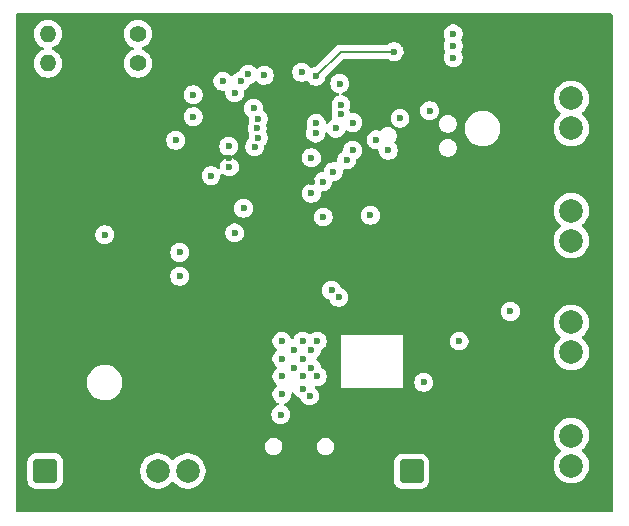
<source format=gbr>
%TF.GenerationSoftware,KiCad,Pcbnew,9.0.1*%
%TF.CreationDate,2025-10-26T21:15:44-04:00*%
%TF.ProjectId,Drone-Flight-Controller,44726f6e-652d-4466-9c69-6768742d436f,rev?*%
%TF.SameCoordinates,Original*%
%TF.FileFunction,Copper,L3,Inr*%
%TF.FilePolarity,Positive*%
%FSLAX46Y46*%
G04 Gerber Fmt 4.6, Leading zero omitted, Abs format (unit mm)*
G04 Created by KiCad (PCBNEW 9.0.1) date 2025-10-26 21:15:44*
%MOMM*%
%LPD*%
G01*
G04 APERTURE LIST*
G04 Aperture macros list*
%AMRoundRect*
0 Rectangle with rounded corners*
0 $1 Rounding radius*
0 $2 $3 $4 $5 $6 $7 $8 $9 X,Y pos of 4 corners*
0 Add a 4 corners polygon primitive as box body*
4,1,4,$2,$3,$4,$5,$6,$7,$8,$9,$2,$3,0*
0 Add four circle primitives for the rounded corners*
1,1,$1+$1,$2,$3*
1,1,$1+$1,$4,$5*
1,1,$1+$1,$6,$7*
1,1,$1+$1,$8,$9*
0 Add four rect primitives between the rounded corners*
20,1,$1+$1,$2,$3,$4,$5,0*
20,1,$1+$1,$4,$5,$6,$7,0*
20,1,$1+$1,$6,$7,$8,$9,0*
20,1,$1+$1,$8,$9,$2,$3,0*%
G04 Aperture macros list end*
%TA.AperFunction,ComponentPad*%
%ADD10RoundRect,0.250000X-0.750000X-0.750000X0.750000X-0.750000X0.750000X0.750000X-0.750000X0.750000X0*%
%TD*%
%TA.AperFunction,ComponentPad*%
%ADD11C,2.000000*%
%TD*%
%TA.AperFunction,ComponentPad*%
%ADD12RoundRect,0.250000X0.750000X-0.750000X0.750000X0.750000X-0.750000X0.750000X-0.750000X-0.750000X0*%
%TD*%
%TA.AperFunction,ComponentPad*%
%ADD13C,1.400000*%
%TD*%
%TA.AperFunction,ComponentPad*%
%ADD14O,1.400000X1.400000*%
%TD*%
%TA.AperFunction,ViaPad*%
%ADD15C,0.600000*%
%TD*%
%TA.AperFunction,Conductor*%
%ADD16C,0.200000*%
%TD*%
G04 APERTURE END LIST*
D10*
%TO.N,+5V*%
%TO.C,J7*%
X19960000Y-70000000D03*
D11*
%TO.N,GND*%
X22500000Y-70000000D03*
%TD*%
D12*
%TO.N,GND*%
%TO.C,J3*%
X64500000Y-72080000D03*
D11*
%TO.N,+5V*%
X64500000Y-69540000D03*
%TO.N,PWM_0*%
X64500000Y-67000000D03*
%TD*%
D13*
%TO.N,+3.3V*%
%TO.C,R9*%
X27810000Y-33000000D03*
D14*
%TO.N,IMU_SDA*%
X20190000Y-33000000D03*
%TD*%
D12*
%TO.N,GND*%
%TO.C,J4*%
X64500000Y-62500000D03*
D11*
%TO.N,+5V*%
X64500000Y-59960000D03*
%TO.N,PWM_1*%
X64500000Y-57420000D03*
%TD*%
D13*
%TO.N,+3.3V*%
%TO.C,R8*%
X27810000Y-35500000D03*
D14*
%TO.N,IMU_SCL*%
X20190000Y-35500000D03*
%TD*%
D12*
%TO.N,GND*%
%TO.C,J5*%
X64500000Y-53045000D03*
D11*
%TO.N,+5V*%
X64500000Y-50505000D03*
%TO.N,PWM_2*%
X64500000Y-47965000D03*
%TD*%
D10*
%TO.N,+12V*%
%TO.C,J1*%
X50975000Y-70037500D03*
D11*
%TO.N,GND*%
X53515000Y-70037500D03*
%TD*%
D12*
%TO.N,GND*%
%TO.C,J6*%
X64500000Y-43540000D03*
D11*
%TO.N,+5V*%
X64500000Y-41000000D03*
%TO.N,PWM_3*%
X64500000Y-38460000D03*
%TD*%
D10*
%TO.N,GND*%
%TO.C,J8*%
X26955000Y-70000000D03*
D11*
%TO.N,UART_RX*%
X29495000Y-70000000D03*
%TO.N,UART_TX*%
X32035000Y-70000000D03*
%TD*%
D15*
%TO.N,GND*%
X40250000Y-40937500D03*
X62500000Y-49500000D03*
X60000000Y-37500000D03*
X32000000Y-32500000D03*
X18000000Y-32000000D03*
X19000000Y-47000000D03*
X19000000Y-58000000D03*
X30500000Y-64000000D03*
X55000000Y-51500000D03*
X58000000Y-58000000D03*
X48500000Y-56500000D03*
X49000000Y-54500000D03*
X50000000Y-46500000D03*
X57500000Y-45500000D03*
X52500000Y-34500000D03*
X47500000Y-32000000D03*
X56500000Y-58000000D03*
%TO.N,PWM_1*%
X59350000Y-56500000D03*
%TO.N,+3.3V*%
X54500000Y-35000000D03*
%TO.N,+5V*%
X54500000Y-34000000D03*
%TO.N,LED_STATUS*%
X41687238Y-36236500D03*
X54500000Y-33000000D03*
%TO.N,+3.3V*%
X46000000Y-40500000D03*
%TO.N,BOOT0*%
X44582210Y-40982448D03*
%TO.N,GND*%
X35497067Y-43462424D03*
%TO.N,Net-(U3-PC13)*%
X49500000Y-34500000D03*
X42884658Y-36589685D03*
%TO.N,Net-(U3-PB0)*%
X32500000Y-38150000D03*
X37999998Y-40210418D03*
%TO.N,Net-(U3-PB1)*%
X37899899Y-41004133D03*
X32500000Y-40000000D03*
%TO.N,Net-(U3-PB10)*%
X31000000Y-42000000D03*
X37695175Y-42537500D03*
%TO.N,Net-(U3-PB2)*%
X38000001Y-41797848D03*
X34000000Y-45000000D03*
%TO.N,Net-(U3-PA15)*%
X42498968Y-43487500D03*
X44358398Y-44656414D03*
%TO.N,+3.3V*%
X31350000Y-51500000D03*
X31350000Y-53512500D03*
%TO.N,+12V*%
X52000000Y-62500000D03*
X55000000Y-59000000D03*
%TO.N,+3.3V*%
X35559329Y-44260000D03*
X35000000Y-37000000D03*
X44886779Y-37198000D03*
%TO.N,GND*%
X47370607Y-44815403D03*
%TO.N,+3.3V*%
X43500000Y-48500000D03*
%TO.N,SWCLK*%
X47969184Y-41968072D03*
%TO.N,SWDIO*%
X50000000Y-40150000D03*
%TO.N,GND*%
X29500000Y-56000000D03*
%TO.N,BATVOLTAGE_SCL*%
X36750000Y-47750000D03*
X36000000Y-49850000D03*
%TO.N,GND*%
X21000000Y-47500000D03*
%TO.N,BAROMETER_SCK*%
X25000000Y-50000000D03*
X37597521Y-39300999D03*
%TO.N,GND*%
X47500000Y-50637500D03*
%TO.N,+5V*%
X47500000Y-48362500D03*
%TO.N,USB_CONN_D-*%
X41751021Y-63050008D03*
%TO.N,USB_CONN_D+*%
X42352063Y-63651050D03*
%TO.N,USB_CONN_D-*%
X44199479Y-54699479D03*
%TO.N,USB_CONN_D+*%
X44800521Y-55300521D03*
%TO.N,UART_RX*%
X42891886Y-40558147D03*
%TO.N,UART_TX*%
X42848644Y-41393272D03*
%TO.N,GND*%
X51112500Y-58120000D03*
X34500000Y-62000000D03*
X33200000Y-58650000D03*
X20500000Y-40000000D03*
X29500000Y-40500000D03*
X29500000Y-43500000D03*
X24500000Y-38500000D03*
X21500000Y-38500000D03*
%TO.N,IMU_SCL*%
X45002764Y-39809031D03*
%TO.N,IMU_SDA*%
X45000000Y-39000000D03*
%TO.N,SWDIO*%
X42500000Y-46500000D03*
%TO.N,SWO*%
X46000000Y-42837500D03*
X52500000Y-39500000D03*
%TO.N,SWCLK*%
X45495020Y-43664403D03*
%TO.N,GND*%
X46000000Y-36000000D03*
%TO.N,+5V*%
X39900000Y-65225000D03*
%TO.N,GND*%
X43100000Y-65225000D03*
%TO.N,PWM_3*%
X36000000Y-38000000D03*
%TO.N,PWM_2*%
X36500000Y-37000000D03*
%TO.N,PWM_1*%
X37150000Y-36434313D03*
%TO.N,PWM_0*%
X38500000Y-36500000D03*
%TO.N,GND*%
X27000000Y-54025000D03*
X42520000Y-45500000D03*
X24978500Y-48478500D03*
%TO.N,+3.3V*%
X43480000Y-45500000D03*
%TO.N,+5V*%
X42500000Y-59750000D03*
X41750000Y-60500000D03*
X41000000Y-59750000D03*
X40000000Y-60500000D03*
X41750000Y-59000000D03*
X40000000Y-62000000D03*
X40000000Y-63500000D03*
X43000000Y-62000000D03*
X41750000Y-62000000D03*
X42500000Y-61250000D03*
X43000000Y-59000000D03*
X40000000Y-59000000D03*
X41000000Y-61250000D03*
%TO.N,Net-(U3-VCAP1)*%
X35500000Y-42520000D03*
%TO.N,+3.3V*%
X49000000Y-42850000D03*
%TD*%
D16*
%TO.N,Net-(U3-PC13)*%
X44974343Y-34500000D02*
X49500000Y-34500000D01*
X42884658Y-36589685D02*
X44974343Y-34500000D01*
%TD*%
%TA.AperFunction,Conductor*%
%TO.N,GND*%
G36*
X67942539Y-31270185D02*
G01*
X67988294Y-31322989D01*
X67999500Y-31374500D01*
X67999500Y-73375500D01*
X67979815Y-73442539D01*
X67927011Y-73488294D01*
X67875500Y-73499500D01*
X17624500Y-73499500D01*
X17557461Y-73479815D01*
X17511706Y-73427011D01*
X17500500Y-73375500D01*
X17500500Y-69199983D01*
X18459500Y-69199983D01*
X18459500Y-70800001D01*
X18459501Y-70800018D01*
X18470000Y-70902796D01*
X18470001Y-70902799D01*
X18494759Y-70977512D01*
X18525186Y-71069334D01*
X18617288Y-71218656D01*
X18741344Y-71342712D01*
X18890666Y-71434814D01*
X19057203Y-71489999D01*
X19159991Y-71500500D01*
X20760008Y-71500499D01*
X20862797Y-71489999D01*
X21029334Y-71434814D01*
X21178656Y-71342712D01*
X21302712Y-71218656D01*
X21394814Y-71069334D01*
X21449999Y-70902797D01*
X21460500Y-70800009D01*
X21460499Y-69881902D01*
X27994500Y-69881902D01*
X27994500Y-70118097D01*
X28031446Y-70351368D01*
X28104433Y-70575996D01*
X28159728Y-70684517D01*
X28211657Y-70786433D01*
X28350483Y-70977510D01*
X28517490Y-71144517D01*
X28708567Y-71283343D01*
X28807991Y-71334002D01*
X28919003Y-71390566D01*
X28919005Y-71390566D01*
X28919008Y-71390568D01*
X29039412Y-71429689D01*
X29143631Y-71463553D01*
X29376903Y-71500500D01*
X29376908Y-71500500D01*
X29613097Y-71500500D01*
X29846368Y-71463553D01*
X30070992Y-71390568D01*
X30281433Y-71283343D01*
X30472510Y-71144517D01*
X30639517Y-70977510D01*
X30664682Y-70942872D01*
X30720011Y-70900207D01*
X30789625Y-70894228D01*
X30851420Y-70926833D01*
X30865315Y-70942870D01*
X30890483Y-70977510D01*
X31057490Y-71144517D01*
X31248567Y-71283343D01*
X31347991Y-71334002D01*
X31459003Y-71390566D01*
X31459005Y-71390566D01*
X31459008Y-71390568D01*
X31579412Y-71429689D01*
X31683631Y-71463553D01*
X31916903Y-71500500D01*
X31916908Y-71500500D01*
X32153097Y-71500500D01*
X32386368Y-71463553D01*
X32610992Y-71390568D01*
X32821433Y-71283343D01*
X33012510Y-71144517D01*
X33179517Y-70977510D01*
X33318343Y-70786433D01*
X33425568Y-70575992D01*
X33498553Y-70351368D01*
X33502502Y-70326433D01*
X33535500Y-70118097D01*
X33535500Y-69881902D01*
X33498553Y-69648631D01*
X33425566Y-69424003D01*
X33357608Y-69290629D01*
X33330533Y-69237491D01*
X33330529Y-69237483D01*
X49474500Y-69237483D01*
X49474500Y-70837501D01*
X49474501Y-70837518D01*
X49485000Y-70940296D01*
X49485001Y-70940299D01*
X49505962Y-71003553D01*
X49540186Y-71106834D01*
X49632288Y-71256156D01*
X49756344Y-71380212D01*
X49905666Y-71472314D01*
X50072203Y-71527499D01*
X50174991Y-71538000D01*
X51775008Y-71537999D01*
X51877797Y-71527499D01*
X52044334Y-71472314D01*
X52193656Y-71380212D01*
X52317712Y-71256156D01*
X52409814Y-71106834D01*
X52464999Y-70940297D01*
X52475500Y-70837509D01*
X52475499Y-69237492D01*
X52464999Y-69134703D01*
X52409814Y-68968166D01*
X52317712Y-68818844D01*
X52193656Y-68694788D01*
X52044334Y-68602686D01*
X51877797Y-68547501D01*
X51877795Y-68547500D01*
X51775010Y-68537000D01*
X50174998Y-68537000D01*
X50174981Y-68537001D01*
X50072203Y-68547500D01*
X50072200Y-68547501D01*
X49905668Y-68602685D01*
X49905663Y-68602687D01*
X49756342Y-68694789D01*
X49632289Y-68818842D01*
X49540187Y-68968163D01*
X49540186Y-68968166D01*
X49485001Y-69134703D01*
X49485001Y-69134704D01*
X49485000Y-69134704D01*
X49474500Y-69237483D01*
X33330529Y-69237483D01*
X33318343Y-69213567D01*
X33179517Y-69022490D01*
X33012510Y-68855483D01*
X32821433Y-68716657D01*
X32778513Y-68694788D01*
X32610996Y-68609433D01*
X32386368Y-68536446D01*
X32153097Y-68499500D01*
X32153092Y-68499500D01*
X31916908Y-68499500D01*
X31916903Y-68499500D01*
X31683631Y-68536446D01*
X31459003Y-68609433D01*
X31248566Y-68716657D01*
X31159536Y-68781342D01*
X31057490Y-68855483D01*
X31057488Y-68855485D01*
X31057487Y-68855485D01*
X30890484Y-69022488D01*
X30865318Y-69057127D01*
X30809987Y-69099792D01*
X30740374Y-69105771D01*
X30678579Y-69073165D01*
X30664682Y-69057127D01*
X30639517Y-69022490D01*
X30472510Y-68855483D01*
X30281433Y-68716657D01*
X30238513Y-68694788D01*
X30070996Y-68609433D01*
X29846368Y-68536446D01*
X29613097Y-68499500D01*
X29613092Y-68499500D01*
X29376908Y-68499500D01*
X29376903Y-68499500D01*
X29143631Y-68536446D01*
X28919003Y-68609433D01*
X28708566Y-68716657D01*
X28619536Y-68781342D01*
X28517490Y-68855483D01*
X28517488Y-68855485D01*
X28517487Y-68855485D01*
X28350485Y-69022487D01*
X28350485Y-69022488D01*
X28350483Y-69022490D01*
X28296203Y-69097200D01*
X28211657Y-69213566D01*
X28104433Y-69424003D01*
X28031446Y-69648631D01*
X27994500Y-69881902D01*
X21460499Y-69881902D01*
X21460499Y-69199992D01*
X21459338Y-69188631D01*
X21449999Y-69097203D01*
X21449998Y-69097200D01*
X21394814Y-68930666D01*
X21302712Y-68781344D01*
X21178656Y-68657288D01*
X21029334Y-68565186D01*
X20862797Y-68510001D01*
X20862795Y-68510000D01*
X20760010Y-68499500D01*
X19159998Y-68499500D01*
X19159981Y-68499501D01*
X19057203Y-68510000D01*
X19057200Y-68510001D01*
X18890668Y-68565185D01*
X18890663Y-68565187D01*
X18741342Y-68657289D01*
X18617289Y-68781342D01*
X18525187Y-68930663D01*
X18525185Y-68930668D01*
X18512761Y-68968163D01*
X18470001Y-69097203D01*
X18470001Y-69097204D01*
X18470000Y-69097204D01*
X18459500Y-69199983D01*
X17500500Y-69199983D01*
X17500500Y-67998920D01*
X38549499Y-67998920D01*
X38578340Y-68143907D01*
X38578343Y-68143917D01*
X38634912Y-68280488D01*
X38634919Y-68280501D01*
X38717048Y-68403415D01*
X38717051Y-68403419D01*
X38821580Y-68507948D01*
X38821584Y-68507951D01*
X38944498Y-68590080D01*
X38944511Y-68590087D01*
X39081082Y-68646656D01*
X39081087Y-68646658D01*
X39081091Y-68646658D01*
X39081092Y-68646659D01*
X39226079Y-68675500D01*
X39226082Y-68675500D01*
X39373920Y-68675500D01*
X39471462Y-68656096D01*
X39518913Y-68646658D01*
X39655495Y-68590084D01*
X39778416Y-68507951D01*
X39882951Y-68403416D01*
X39965084Y-68280495D01*
X40021658Y-68143913D01*
X40050500Y-67998920D01*
X42949499Y-67998920D01*
X42978340Y-68143907D01*
X42978343Y-68143917D01*
X43034912Y-68280488D01*
X43034919Y-68280501D01*
X43117048Y-68403415D01*
X43117051Y-68403419D01*
X43221580Y-68507948D01*
X43221584Y-68507951D01*
X43344498Y-68590080D01*
X43344511Y-68590087D01*
X43481082Y-68646656D01*
X43481087Y-68646658D01*
X43481091Y-68646658D01*
X43481092Y-68646659D01*
X43626079Y-68675500D01*
X43626082Y-68675500D01*
X43773920Y-68675500D01*
X43871462Y-68656096D01*
X43918913Y-68646658D01*
X44055495Y-68590084D01*
X44178416Y-68507951D01*
X44282951Y-68403416D01*
X44365084Y-68280495D01*
X44421658Y-68143913D01*
X44450500Y-67998918D01*
X44450500Y-67851082D01*
X44450500Y-67851079D01*
X44421659Y-67706092D01*
X44421658Y-67706091D01*
X44421658Y-67706087D01*
X44367771Y-67575992D01*
X44365087Y-67569511D01*
X44365080Y-67569498D01*
X44282951Y-67446584D01*
X44282948Y-67446580D01*
X44178419Y-67342051D01*
X44178415Y-67342048D01*
X44055501Y-67259919D01*
X44055488Y-67259912D01*
X43918917Y-67203343D01*
X43918907Y-67203340D01*
X43773920Y-67174500D01*
X43773918Y-67174500D01*
X43626082Y-67174500D01*
X43626080Y-67174500D01*
X43481092Y-67203340D01*
X43481082Y-67203343D01*
X43344511Y-67259912D01*
X43344498Y-67259919D01*
X43221584Y-67342048D01*
X43221580Y-67342051D01*
X43117051Y-67446580D01*
X43117048Y-67446584D01*
X43034919Y-67569498D01*
X43034912Y-67569511D01*
X42978343Y-67706082D01*
X42978340Y-67706092D01*
X42949500Y-67851079D01*
X42949500Y-67851082D01*
X42949500Y-67998918D01*
X42949500Y-67998920D01*
X42949499Y-67998920D01*
X40050500Y-67998920D01*
X40050500Y-67998918D01*
X40050500Y-67851082D01*
X40050500Y-67851079D01*
X40021659Y-67706092D01*
X40021658Y-67706091D01*
X40021658Y-67706087D01*
X39967771Y-67575992D01*
X39965087Y-67569511D01*
X39965080Y-67569498D01*
X39882951Y-67446584D01*
X39882948Y-67446580D01*
X39778419Y-67342051D01*
X39778415Y-67342048D01*
X39655501Y-67259919D01*
X39655488Y-67259912D01*
X39518917Y-67203343D01*
X39518907Y-67203340D01*
X39373920Y-67174500D01*
X39373918Y-67174500D01*
X39226082Y-67174500D01*
X39226080Y-67174500D01*
X39081092Y-67203340D01*
X39081082Y-67203343D01*
X38944511Y-67259912D01*
X38944498Y-67259919D01*
X38821584Y-67342048D01*
X38821580Y-67342051D01*
X38717051Y-67446580D01*
X38717048Y-67446584D01*
X38634919Y-67569498D01*
X38634912Y-67569511D01*
X38578343Y-67706082D01*
X38578340Y-67706092D01*
X38549500Y-67851079D01*
X38549500Y-67851082D01*
X38549500Y-67998918D01*
X38549500Y-67998920D01*
X38549499Y-67998920D01*
X17500500Y-67998920D01*
X17500500Y-66881902D01*
X62999500Y-66881902D01*
X62999500Y-67118097D01*
X63036446Y-67351368D01*
X63109433Y-67575996D01*
X63175721Y-67706092D01*
X63216657Y-67786433D01*
X63355483Y-67977510D01*
X63522490Y-68144517D01*
X63557127Y-68169683D01*
X63599792Y-68225013D01*
X63605771Y-68294626D01*
X63573165Y-68356421D01*
X63557130Y-68370315D01*
X63539365Y-68383222D01*
X63522488Y-68395484D01*
X63355485Y-68562487D01*
X63355485Y-68562488D01*
X63355483Y-68562490D01*
X63353524Y-68565187D01*
X63216657Y-68753566D01*
X63109433Y-68964003D01*
X63036446Y-69188631D01*
X62999500Y-69421902D01*
X62999500Y-69658097D01*
X63036446Y-69891368D01*
X63109433Y-70115996D01*
X63216657Y-70326433D01*
X63355483Y-70517510D01*
X63522490Y-70684517D01*
X63713567Y-70823343D01*
X63812991Y-70874002D01*
X63924003Y-70930566D01*
X63924005Y-70930566D01*
X63924008Y-70930568D01*
X64044412Y-70969689D01*
X64148631Y-71003553D01*
X64381903Y-71040500D01*
X64381908Y-71040500D01*
X64618097Y-71040500D01*
X64851368Y-71003553D01*
X65075992Y-70930568D01*
X65286433Y-70823343D01*
X65477510Y-70684517D01*
X65644517Y-70517510D01*
X65783343Y-70326433D01*
X65890568Y-70115992D01*
X65963553Y-69891368D01*
X65965052Y-69881902D01*
X66000500Y-69658097D01*
X66000500Y-69421902D01*
X65963553Y-69188631D01*
X65909569Y-69022487D01*
X65890568Y-68964008D01*
X65890566Y-68964005D01*
X65890566Y-68964003D01*
X65783342Y-68753566D01*
X65756526Y-68716657D01*
X65644517Y-68562490D01*
X65477510Y-68395483D01*
X65442872Y-68370317D01*
X65400207Y-68314989D01*
X65394228Y-68245375D01*
X65426833Y-68183580D01*
X65442873Y-68169682D01*
X65477510Y-68144517D01*
X65644517Y-67977510D01*
X65783343Y-67786433D01*
X65890568Y-67575992D01*
X65963553Y-67351368D01*
X65978037Y-67259919D01*
X66000500Y-67118097D01*
X66000500Y-66881902D01*
X65963553Y-66648631D01*
X65890566Y-66424003D01*
X65783342Y-66213566D01*
X65644517Y-66022490D01*
X65477510Y-65855483D01*
X65286433Y-65716657D01*
X65075996Y-65609433D01*
X64851368Y-65536446D01*
X64618097Y-65499500D01*
X64618092Y-65499500D01*
X64381908Y-65499500D01*
X64381903Y-65499500D01*
X64148631Y-65536446D01*
X63924003Y-65609433D01*
X63713566Y-65716657D01*
X63604550Y-65795862D01*
X63522490Y-65855483D01*
X63522488Y-65855485D01*
X63522487Y-65855485D01*
X63355485Y-66022487D01*
X63355485Y-66022488D01*
X63355483Y-66022490D01*
X63295862Y-66104550D01*
X63216657Y-66213566D01*
X63109433Y-66424003D01*
X63036446Y-66648631D01*
X62999500Y-66881902D01*
X17500500Y-66881902D01*
X17500500Y-65146153D01*
X39099500Y-65146153D01*
X39099500Y-65303846D01*
X39130261Y-65458489D01*
X39130264Y-65458501D01*
X39190602Y-65604172D01*
X39190609Y-65604185D01*
X39278210Y-65735288D01*
X39278213Y-65735292D01*
X39389707Y-65846786D01*
X39389711Y-65846789D01*
X39520814Y-65934390D01*
X39520827Y-65934397D01*
X39666498Y-65994735D01*
X39666503Y-65994737D01*
X39806011Y-66022487D01*
X39821153Y-66025499D01*
X39821156Y-66025500D01*
X39821158Y-66025500D01*
X39978844Y-66025500D01*
X39978845Y-66025499D01*
X40133497Y-65994737D01*
X40279179Y-65934394D01*
X40410289Y-65846789D01*
X40521789Y-65735289D01*
X40609394Y-65604179D01*
X40669737Y-65458497D01*
X40700500Y-65303842D01*
X40700500Y-65146158D01*
X40700500Y-65146155D01*
X40700499Y-65146153D01*
X40669738Y-64991510D01*
X40669737Y-64991503D01*
X40669735Y-64991498D01*
X40609397Y-64845827D01*
X40609390Y-64845814D01*
X40521789Y-64714711D01*
X40521786Y-64714707D01*
X40410292Y-64603213D01*
X40410288Y-64603210D01*
X40279185Y-64515609D01*
X40279176Y-64515604D01*
X40236122Y-64497771D01*
X40181719Y-64453930D01*
X40159654Y-64387636D01*
X40176933Y-64319936D01*
X40228070Y-64272326D01*
X40236116Y-64268652D01*
X40286926Y-64247606D01*
X40379173Y-64209397D01*
X40379176Y-64209395D01*
X40379179Y-64209394D01*
X40510289Y-64121789D01*
X40621789Y-64010289D01*
X40709394Y-63879179D01*
X40769737Y-63733497D01*
X40800500Y-63578842D01*
X40800500Y-63470445D01*
X40820185Y-63403406D01*
X40872989Y-63357651D01*
X40942147Y-63347707D01*
X41005703Y-63376732D01*
X41039062Y-63422994D01*
X41041626Y-63429186D01*
X41041630Y-63429193D01*
X41129231Y-63560296D01*
X41129234Y-63560300D01*
X41240728Y-63671794D01*
X41240732Y-63671797D01*
X41371835Y-63759398D01*
X41371848Y-63759405D01*
X41515892Y-63819069D01*
X41570296Y-63862909D01*
X41583001Y-63886178D01*
X41642665Y-64030222D01*
X41642672Y-64030235D01*
X41730273Y-64161338D01*
X41730276Y-64161342D01*
X41841770Y-64272836D01*
X41841774Y-64272839D01*
X41972877Y-64360440D01*
X41972890Y-64360447D01*
X42118561Y-64420785D01*
X42118566Y-64420787D01*
X42273216Y-64451549D01*
X42273219Y-64451550D01*
X42273221Y-64451550D01*
X42430907Y-64451550D01*
X42430908Y-64451549D01*
X42585560Y-64420787D01*
X42731242Y-64360444D01*
X42862352Y-64272839D01*
X42973852Y-64161339D01*
X43061457Y-64030229D01*
X43121800Y-63884547D01*
X43152563Y-63729892D01*
X43152563Y-63572208D01*
X43152563Y-63572205D01*
X43152562Y-63572203D01*
X43150194Y-63560296D01*
X43121800Y-63417553D01*
X43092869Y-63347707D01*
X43061460Y-63271877D01*
X43061453Y-63271864D01*
X42973852Y-63140761D01*
X42973849Y-63140757D01*
X42862353Y-63029261D01*
X42859868Y-63027601D01*
X42858860Y-63026395D01*
X42857644Y-63025397D01*
X42857833Y-63025166D01*
X42836802Y-63000000D01*
X45000000Y-63000000D01*
X50250000Y-63000000D01*
X50250000Y-62421153D01*
X51199500Y-62421153D01*
X51199500Y-62578846D01*
X51230261Y-62733489D01*
X51230264Y-62733501D01*
X51290602Y-62879172D01*
X51290609Y-62879185D01*
X51378210Y-63010288D01*
X51378213Y-63010292D01*
X51489707Y-63121786D01*
X51489711Y-63121789D01*
X51620814Y-63209390D01*
X51620827Y-63209397D01*
X51758683Y-63266498D01*
X51766503Y-63269737D01*
X51921153Y-63300499D01*
X51921156Y-63300500D01*
X51921158Y-63300500D01*
X52078844Y-63300500D01*
X52078845Y-63300499D01*
X52233497Y-63269737D01*
X52379179Y-63209394D01*
X52510289Y-63121789D01*
X52621789Y-63010289D01*
X52709394Y-62879179D01*
X52769737Y-62733497D01*
X52800500Y-62578842D01*
X52800500Y-62421158D01*
X52800500Y-62421155D01*
X52800499Y-62421153D01*
X52792151Y-62379185D01*
X52769737Y-62266503D01*
X52740847Y-62196755D01*
X52709397Y-62120827D01*
X52709390Y-62120814D01*
X52621789Y-61989711D01*
X52621786Y-61989707D01*
X52510292Y-61878213D01*
X52510288Y-61878210D01*
X52379185Y-61790609D01*
X52379172Y-61790602D01*
X52233501Y-61730264D01*
X52233489Y-61730261D01*
X52078845Y-61699500D01*
X52078842Y-61699500D01*
X51921158Y-61699500D01*
X51921155Y-61699500D01*
X51766510Y-61730261D01*
X51766498Y-61730264D01*
X51620827Y-61790602D01*
X51620814Y-61790609D01*
X51489711Y-61878210D01*
X51489707Y-61878213D01*
X51378213Y-61989707D01*
X51378210Y-61989711D01*
X51290609Y-62120814D01*
X51290602Y-62120827D01*
X51230264Y-62266498D01*
X51230261Y-62266510D01*
X51199500Y-62421153D01*
X50250000Y-62421153D01*
X50250000Y-58921153D01*
X54199500Y-58921153D01*
X54199500Y-59078846D01*
X54230261Y-59233489D01*
X54230264Y-59233501D01*
X54290602Y-59379172D01*
X54290609Y-59379185D01*
X54378210Y-59510288D01*
X54378213Y-59510292D01*
X54489707Y-59621786D01*
X54489711Y-59621789D01*
X54620814Y-59709390D01*
X54620827Y-59709397D01*
X54699498Y-59741983D01*
X54766503Y-59769737D01*
X54871418Y-59790606D01*
X54921153Y-59800499D01*
X54921156Y-59800500D01*
X54921158Y-59800500D01*
X55078844Y-59800500D01*
X55078845Y-59800499D01*
X55233497Y-59769737D01*
X55379179Y-59709394D01*
X55510289Y-59621789D01*
X55621789Y-59510289D01*
X55709394Y-59379179D01*
X55769737Y-59233497D01*
X55800500Y-59078842D01*
X55800500Y-58921158D01*
X55800500Y-58921155D01*
X55800499Y-58921153D01*
X55774474Y-58790318D01*
X55769737Y-58766503D01*
X55763774Y-58752107D01*
X55709397Y-58620827D01*
X55709390Y-58620814D01*
X55621789Y-58489711D01*
X55621786Y-58489707D01*
X55510292Y-58378213D01*
X55510288Y-58378210D01*
X55379185Y-58290609D01*
X55379172Y-58290602D01*
X55233501Y-58230264D01*
X55233489Y-58230261D01*
X55078845Y-58199500D01*
X55078842Y-58199500D01*
X54921158Y-58199500D01*
X54921155Y-58199500D01*
X54766510Y-58230261D01*
X54766498Y-58230264D01*
X54620827Y-58290602D01*
X54620814Y-58290609D01*
X54489711Y-58378210D01*
X54489707Y-58378213D01*
X54378213Y-58489707D01*
X54378210Y-58489711D01*
X54290609Y-58620814D01*
X54290602Y-58620827D01*
X54230264Y-58766498D01*
X54230261Y-58766510D01*
X54199500Y-58921153D01*
X50250000Y-58921153D01*
X50250000Y-58500000D01*
X45000000Y-58500000D01*
X45000000Y-63000000D01*
X42836802Y-63000000D01*
X42815064Y-62973987D01*
X42806358Y-62904662D01*
X42836514Y-62841635D01*
X42895958Y-62804918D01*
X42928761Y-62800500D01*
X43078844Y-62800500D01*
X43078845Y-62800499D01*
X43233497Y-62769737D01*
X43379179Y-62709394D01*
X43510289Y-62621789D01*
X43621789Y-62510289D01*
X43709394Y-62379179D01*
X43769737Y-62233497D01*
X43800500Y-62078842D01*
X43800500Y-61921158D01*
X43800500Y-61921155D01*
X43800499Y-61921153D01*
X43774531Y-61790606D01*
X43769737Y-61766503D01*
X43769735Y-61766498D01*
X43709397Y-61620827D01*
X43709390Y-61620814D01*
X43621789Y-61489711D01*
X43621786Y-61489707D01*
X43510292Y-61378213D01*
X43510288Y-61378210D01*
X43379185Y-61290609D01*
X43379169Y-61290601D01*
X43377038Y-61289718D01*
X43376094Y-61288957D01*
X43373809Y-61287736D01*
X43374040Y-61287302D01*
X43322638Y-61245873D01*
X43300579Y-61179577D01*
X43300500Y-61175161D01*
X43300500Y-61171155D01*
X43300499Y-61171153D01*
X43287244Y-61104517D01*
X43269737Y-61016503D01*
X43237018Y-60937511D01*
X43209397Y-60870827D01*
X43209390Y-60870814D01*
X43121789Y-60739711D01*
X43121786Y-60739707D01*
X43010292Y-60628213D01*
X43010284Y-60628207D01*
X42972712Y-60603102D01*
X42927906Y-60549490D01*
X42919199Y-60480165D01*
X42949353Y-60417138D01*
X42972712Y-60396898D01*
X42999279Y-60379145D01*
X43010289Y-60371789D01*
X43121789Y-60260289D01*
X43209394Y-60129179D01*
X43212854Y-60120827D01*
X43267163Y-59989711D01*
X43269737Y-59983497D01*
X43300500Y-59828842D01*
X43300500Y-59824837D01*
X43301093Y-59822814D01*
X43301097Y-59822782D01*
X43301103Y-59822782D01*
X43320185Y-59757798D01*
X43372989Y-59712043D01*
X43376986Y-59710302D01*
X43379179Y-59709394D01*
X43510289Y-59621789D01*
X43621789Y-59510289D01*
X43709394Y-59379179D01*
X43769737Y-59233497D01*
X43800500Y-59078842D01*
X43800500Y-58921158D01*
X43800500Y-58921155D01*
X43800499Y-58921153D01*
X43774474Y-58790318D01*
X43769737Y-58766503D01*
X43763774Y-58752107D01*
X43709397Y-58620827D01*
X43709390Y-58620814D01*
X43640377Y-58517529D01*
X43621789Y-58489711D01*
X43621786Y-58489707D01*
X43510292Y-58378213D01*
X43510288Y-58378210D01*
X43379185Y-58290609D01*
X43379172Y-58290602D01*
X43233501Y-58230264D01*
X43233489Y-58230261D01*
X43078845Y-58199500D01*
X43078842Y-58199500D01*
X42921158Y-58199500D01*
X42921155Y-58199500D01*
X42766510Y-58230261D01*
X42766498Y-58230264D01*
X42620827Y-58290602D01*
X42620814Y-58290609D01*
X42489711Y-58378210D01*
X42489707Y-58378213D01*
X42462681Y-58405240D01*
X42401358Y-58438725D01*
X42331666Y-58433741D01*
X42287319Y-58405240D01*
X42260292Y-58378213D01*
X42260288Y-58378210D01*
X42129185Y-58290609D01*
X42129172Y-58290602D01*
X41983501Y-58230264D01*
X41983489Y-58230261D01*
X41828845Y-58199500D01*
X41828842Y-58199500D01*
X41671158Y-58199500D01*
X41671155Y-58199500D01*
X41516510Y-58230261D01*
X41516498Y-58230264D01*
X41370827Y-58290602D01*
X41370814Y-58290609D01*
X41239711Y-58378210D01*
X41239707Y-58378213D01*
X41128213Y-58489707D01*
X41128210Y-58489711D01*
X41040609Y-58620814D01*
X41040602Y-58620827D01*
X40989561Y-58744054D01*
X40945720Y-58798458D01*
X40879426Y-58820523D01*
X40811727Y-58803244D01*
X40764116Y-58752107D01*
X40760439Y-58744054D01*
X40709397Y-58620827D01*
X40709390Y-58620814D01*
X40621789Y-58489711D01*
X40621786Y-58489707D01*
X40510292Y-58378213D01*
X40510288Y-58378210D01*
X40379185Y-58290609D01*
X40379172Y-58290602D01*
X40233501Y-58230264D01*
X40233489Y-58230261D01*
X40078845Y-58199500D01*
X40078842Y-58199500D01*
X39921158Y-58199500D01*
X39921155Y-58199500D01*
X39766510Y-58230261D01*
X39766498Y-58230264D01*
X39620827Y-58290602D01*
X39620814Y-58290609D01*
X39489711Y-58378210D01*
X39489707Y-58378213D01*
X39378213Y-58489707D01*
X39378210Y-58489711D01*
X39290609Y-58620814D01*
X39290602Y-58620827D01*
X39230264Y-58766498D01*
X39230261Y-58766510D01*
X39199500Y-58921153D01*
X39199500Y-59078846D01*
X39230261Y-59233489D01*
X39230264Y-59233501D01*
X39290602Y-59379172D01*
X39290609Y-59379185D01*
X39378210Y-59510288D01*
X39378213Y-59510292D01*
X39489707Y-59621786D01*
X39527289Y-59646898D01*
X39572093Y-59700511D01*
X39580800Y-59769836D01*
X39550645Y-59832863D01*
X39527289Y-59853102D01*
X39489707Y-59878213D01*
X39378213Y-59989707D01*
X39378210Y-59989711D01*
X39290609Y-60120814D01*
X39290602Y-60120827D01*
X39230264Y-60266498D01*
X39230261Y-60266510D01*
X39199500Y-60421153D01*
X39199500Y-60578846D01*
X39230261Y-60733489D01*
X39230264Y-60733501D01*
X39290602Y-60879172D01*
X39290609Y-60879185D01*
X39378210Y-61010288D01*
X39378213Y-61010292D01*
X39489707Y-61121786D01*
X39527289Y-61146898D01*
X39572093Y-61200511D01*
X39580800Y-61269836D01*
X39550645Y-61332863D01*
X39527289Y-61353102D01*
X39489707Y-61378213D01*
X39378213Y-61489707D01*
X39378210Y-61489711D01*
X39290609Y-61620814D01*
X39290602Y-61620827D01*
X39230264Y-61766498D01*
X39230261Y-61766510D01*
X39199500Y-61921153D01*
X39199500Y-62078846D01*
X39230261Y-62233489D01*
X39230264Y-62233501D01*
X39290602Y-62379172D01*
X39290609Y-62379185D01*
X39378210Y-62510288D01*
X39378213Y-62510292D01*
X39489707Y-62621786D01*
X39489710Y-62621788D01*
X39489711Y-62621789D01*
X39515219Y-62638833D01*
X39527289Y-62646898D01*
X39572093Y-62700511D01*
X39580800Y-62769836D01*
X39550645Y-62832863D01*
X39527289Y-62853102D01*
X39489707Y-62878213D01*
X39378213Y-62989707D01*
X39378210Y-62989711D01*
X39290609Y-63120814D01*
X39290602Y-63120827D01*
X39230264Y-63266498D01*
X39230261Y-63266510D01*
X39199500Y-63421153D01*
X39199500Y-63578846D01*
X39230261Y-63733489D01*
X39230264Y-63733501D01*
X39290602Y-63879172D01*
X39290609Y-63879185D01*
X39378210Y-64010288D01*
X39378213Y-64010292D01*
X39489707Y-64121786D01*
X39489711Y-64121789D01*
X39620814Y-64209390D01*
X39620818Y-64209392D01*
X39620821Y-64209394D01*
X39663878Y-64227228D01*
X39718279Y-64271068D01*
X39740345Y-64337362D01*
X39723066Y-64405061D01*
X39671930Y-64452672D01*
X39663877Y-64456350D01*
X39520823Y-64515604D01*
X39520814Y-64515609D01*
X39389711Y-64603210D01*
X39389707Y-64603213D01*
X39278213Y-64714707D01*
X39278210Y-64714711D01*
X39190609Y-64845814D01*
X39190602Y-64845827D01*
X39130264Y-64991498D01*
X39130261Y-64991510D01*
X39099500Y-65146153D01*
X17500500Y-65146153D01*
X17500500Y-62381902D01*
X23499500Y-62381902D01*
X23499500Y-62618097D01*
X23536446Y-62851368D01*
X23609433Y-63075996D01*
X23677405Y-63209397D01*
X23716657Y-63286433D01*
X23855483Y-63477510D01*
X24022490Y-63644517D01*
X24213567Y-63783343D01*
X24285010Y-63819745D01*
X24424003Y-63890566D01*
X24424005Y-63890566D01*
X24424008Y-63890568D01*
X24544412Y-63929689D01*
X24648631Y-63963553D01*
X24881903Y-64000500D01*
X24881908Y-64000500D01*
X25118097Y-64000500D01*
X25351368Y-63963553D01*
X25575992Y-63890568D01*
X25786433Y-63783343D01*
X25977510Y-63644517D01*
X26144517Y-63477510D01*
X26283343Y-63286433D01*
X26390568Y-63075992D01*
X26463553Y-62851368D01*
X26473177Y-62790606D01*
X26500500Y-62618097D01*
X26500500Y-62381902D01*
X26463553Y-62148631D01*
X26390566Y-61924003D01*
X26310315Y-61766503D01*
X26283343Y-61713567D01*
X26144517Y-61522490D01*
X25977510Y-61355483D01*
X25786433Y-61216657D01*
X25754745Y-61200511D01*
X25575996Y-61109433D01*
X25351368Y-61036446D01*
X25118097Y-60999500D01*
X25118092Y-60999500D01*
X24881908Y-60999500D01*
X24881903Y-60999500D01*
X24648631Y-61036446D01*
X24424003Y-61109433D01*
X24213566Y-61216657D01*
X24116333Y-61287302D01*
X24022490Y-61355483D01*
X24022488Y-61355485D01*
X24022487Y-61355485D01*
X23855485Y-61522487D01*
X23855485Y-61522488D01*
X23855483Y-61522490D01*
X23795862Y-61604550D01*
X23716657Y-61713566D01*
X23609433Y-61924003D01*
X23536446Y-62148631D01*
X23499500Y-62381902D01*
X17500500Y-62381902D01*
X17500500Y-57301902D01*
X62999500Y-57301902D01*
X62999500Y-57538097D01*
X63036446Y-57771368D01*
X63109433Y-57995996D01*
X63213124Y-58199500D01*
X63216657Y-58206433D01*
X63355483Y-58397510D01*
X63522490Y-58564517D01*
X63557127Y-58589683D01*
X63599792Y-58645013D01*
X63605771Y-58714626D01*
X63573165Y-58776421D01*
X63557130Y-58790315D01*
X63545923Y-58798458D01*
X63522488Y-58815484D01*
X63355485Y-58982487D01*
X63355485Y-58982488D01*
X63355483Y-58982490D01*
X63295862Y-59064550D01*
X63216657Y-59173566D01*
X63109433Y-59384003D01*
X63036446Y-59608631D01*
X62999500Y-59841902D01*
X62999500Y-60078097D01*
X63036446Y-60311368D01*
X63109433Y-60535996D01*
X63210062Y-60733489D01*
X63216657Y-60746433D01*
X63355483Y-60937510D01*
X63522490Y-61104517D01*
X63713567Y-61243343D01*
X63800693Y-61287736D01*
X63924003Y-61350566D01*
X63924005Y-61350566D01*
X63924008Y-61350568D01*
X64044412Y-61389689D01*
X64148631Y-61423553D01*
X64381903Y-61460500D01*
X64381908Y-61460500D01*
X64618097Y-61460500D01*
X64851368Y-61423553D01*
X65075992Y-61350568D01*
X65286433Y-61243343D01*
X65477510Y-61104517D01*
X65644517Y-60937510D01*
X65783343Y-60746433D01*
X65890568Y-60535992D01*
X65963553Y-60311368D01*
X65992410Y-60129172D01*
X66000500Y-60078097D01*
X66000500Y-59841902D01*
X65963553Y-59608631D01*
X65890566Y-59384003D01*
X65783342Y-59173566D01*
X65644517Y-58982490D01*
X65477510Y-58815483D01*
X65442872Y-58790317D01*
X65400207Y-58734989D01*
X65394228Y-58665375D01*
X65426833Y-58603580D01*
X65442873Y-58589682D01*
X65477510Y-58564517D01*
X65644517Y-58397510D01*
X65783343Y-58206433D01*
X65890568Y-57995992D01*
X65963553Y-57771368D01*
X66000500Y-57538097D01*
X66000500Y-57301902D01*
X65963553Y-57068631D01*
X65929689Y-56964412D01*
X65890568Y-56844008D01*
X65890566Y-56844005D01*
X65890566Y-56844003D01*
X65783342Y-56633566D01*
X65644517Y-56442490D01*
X65477510Y-56275483D01*
X65286433Y-56136657D01*
X65255353Y-56120821D01*
X65075996Y-56029433D01*
X64851368Y-55956446D01*
X64618097Y-55919500D01*
X64618092Y-55919500D01*
X64381908Y-55919500D01*
X64381903Y-55919500D01*
X64148631Y-55956446D01*
X63924003Y-56029433D01*
X63713566Y-56136657D01*
X63604550Y-56215862D01*
X63522490Y-56275483D01*
X63522488Y-56275485D01*
X63522487Y-56275485D01*
X63355485Y-56442487D01*
X63355485Y-56442488D01*
X63355483Y-56442490D01*
X63295862Y-56524550D01*
X63216657Y-56633566D01*
X63109433Y-56844003D01*
X63036446Y-57068631D01*
X62999500Y-57301902D01*
X17500500Y-57301902D01*
X17500500Y-56421153D01*
X58549500Y-56421153D01*
X58549500Y-56578846D01*
X58580261Y-56733489D01*
X58580264Y-56733501D01*
X58640602Y-56879172D01*
X58640609Y-56879185D01*
X58728210Y-57010288D01*
X58728213Y-57010292D01*
X58839707Y-57121786D01*
X58839711Y-57121789D01*
X58970814Y-57209390D01*
X58970827Y-57209397D01*
X59116498Y-57269735D01*
X59116503Y-57269737D01*
X59271153Y-57300499D01*
X59271156Y-57300500D01*
X59271158Y-57300500D01*
X59428844Y-57300500D01*
X59428845Y-57300499D01*
X59583497Y-57269737D01*
X59729179Y-57209394D01*
X59860289Y-57121789D01*
X59971789Y-57010289D01*
X60059394Y-56879179D01*
X60119737Y-56733497D01*
X60150500Y-56578842D01*
X60150500Y-56421158D01*
X60150500Y-56421155D01*
X60150499Y-56421153D01*
X60119737Y-56266503D01*
X60119735Y-56266498D01*
X60059397Y-56120827D01*
X60059390Y-56120814D01*
X59971789Y-55989711D01*
X59971786Y-55989707D01*
X59860292Y-55878213D01*
X59860288Y-55878210D01*
X59729185Y-55790609D01*
X59729172Y-55790602D01*
X59583501Y-55730264D01*
X59583489Y-55730261D01*
X59428845Y-55699500D01*
X59428842Y-55699500D01*
X59271158Y-55699500D01*
X59271155Y-55699500D01*
X59116510Y-55730261D01*
X59116498Y-55730264D01*
X58970827Y-55790602D01*
X58970814Y-55790609D01*
X58839711Y-55878210D01*
X58839707Y-55878213D01*
X58728213Y-55989707D01*
X58728210Y-55989711D01*
X58640609Y-56120814D01*
X58640602Y-56120827D01*
X58580264Y-56266498D01*
X58580261Y-56266510D01*
X58549500Y-56421153D01*
X17500500Y-56421153D01*
X17500500Y-54620632D01*
X43398979Y-54620632D01*
X43398979Y-54778325D01*
X43429740Y-54932968D01*
X43429743Y-54932980D01*
X43490081Y-55078651D01*
X43490088Y-55078664D01*
X43577689Y-55209767D01*
X43577692Y-55209771D01*
X43689186Y-55321265D01*
X43689190Y-55321268D01*
X43820293Y-55408869D01*
X43820306Y-55408876D01*
X43964350Y-55468540D01*
X44018754Y-55512380D01*
X44031459Y-55535649D01*
X44091123Y-55679693D01*
X44091130Y-55679706D01*
X44178731Y-55810809D01*
X44178734Y-55810813D01*
X44290228Y-55922307D01*
X44290232Y-55922310D01*
X44421335Y-56009911D01*
X44421348Y-56009918D01*
X44567019Y-56070256D01*
X44567024Y-56070258D01*
X44721674Y-56101020D01*
X44721677Y-56101021D01*
X44721679Y-56101021D01*
X44879365Y-56101021D01*
X44879366Y-56101020D01*
X45034018Y-56070258D01*
X45179700Y-56009915D01*
X45310810Y-55922310D01*
X45422310Y-55810810D01*
X45509915Y-55679700D01*
X45570258Y-55534018D01*
X45601021Y-55379363D01*
X45601021Y-55221679D01*
X45601021Y-55221676D01*
X45601020Y-55221674D01*
X45572572Y-55078658D01*
X45570258Y-55067024D01*
X45514731Y-54932968D01*
X45509918Y-54921348D01*
X45509911Y-54921335D01*
X45422310Y-54790232D01*
X45422307Y-54790228D01*
X45310813Y-54678734D01*
X45310809Y-54678731D01*
X45179706Y-54591130D01*
X45179693Y-54591123D01*
X45035649Y-54531459D01*
X44981245Y-54487618D01*
X44968540Y-54464350D01*
X44908876Y-54320306D01*
X44908869Y-54320293D01*
X44821268Y-54189190D01*
X44821265Y-54189186D01*
X44709771Y-54077692D01*
X44709767Y-54077689D01*
X44578664Y-53990088D01*
X44578651Y-53990081D01*
X44432980Y-53929743D01*
X44432968Y-53929740D01*
X44278324Y-53898979D01*
X44278321Y-53898979D01*
X44120637Y-53898979D01*
X44120634Y-53898979D01*
X43965989Y-53929740D01*
X43965977Y-53929743D01*
X43820306Y-53990081D01*
X43820293Y-53990088D01*
X43689190Y-54077689D01*
X43689186Y-54077692D01*
X43577692Y-54189186D01*
X43577689Y-54189190D01*
X43490088Y-54320293D01*
X43490081Y-54320306D01*
X43429743Y-54465977D01*
X43429740Y-54465989D01*
X43398979Y-54620632D01*
X17500500Y-54620632D01*
X17500500Y-53433653D01*
X30549500Y-53433653D01*
X30549500Y-53591346D01*
X30580261Y-53745989D01*
X30580264Y-53746001D01*
X30640602Y-53891672D01*
X30640609Y-53891685D01*
X30728210Y-54022788D01*
X30728213Y-54022792D01*
X30839707Y-54134286D01*
X30839711Y-54134289D01*
X30970814Y-54221890D01*
X30970827Y-54221897D01*
X31116498Y-54282235D01*
X31116503Y-54282237D01*
X31271153Y-54312999D01*
X31271156Y-54313000D01*
X31271158Y-54313000D01*
X31428844Y-54313000D01*
X31428845Y-54312999D01*
X31583497Y-54282237D01*
X31729179Y-54221894D01*
X31860289Y-54134289D01*
X31971789Y-54022789D01*
X32059394Y-53891679D01*
X32119737Y-53745997D01*
X32150500Y-53591342D01*
X32150500Y-53433658D01*
X32150500Y-53433655D01*
X32150499Y-53433653D01*
X32119738Y-53279010D01*
X32119737Y-53279003D01*
X32119735Y-53278998D01*
X32059397Y-53133327D01*
X32059390Y-53133314D01*
X31971789Y-53002211D01*
X31971786Y-53002207D01*
X31860292Y-52890713D01*
X31860288Y-52890710D01*
X31729185Y-52803109D01*
X31729172Y-52803102D01*
X31583501Y-52742764D01*
X31583489Y-52742761D01*
X31428845Y-52712000D01*
X31428842Y-52712000D01*
X31271158Y-52712000D01*
X31271155Y-52712000D01*
X31116510Y-52742761D01*
X31116498Y-52742764D01*
X30970827Y-52803102D01*
X30970814Y-52803109D01*
X30839711Y-52890710D01*
X30839707Y-52890713D01*
X30728213Y-53002207D01*
X30728210Y-53002211D01*
X30640609Y-53133314D01*
X30640602Y-53133327D01*
X30580264Y-53278998D01*
X30580261Y-53279010D01*
X30549500Y-53433653D01*
X17500500Y-53433653D01*
X17500500Y-51421153D01*
X30549500Y-51421153D01*
X30549500Y-51578846D01*
X30580261Y-51733489D01*
X30580264Y-51733501D01*
X30640602Y-51879172D01*
X30640609Y-51879185D01*
X30728210Y-52010288D01*
X30728213Y-52010292D01*
X30839707Y-52121786D01*
X30839711Y-52121789D01*
X30970814Y-52209390D01*
X30970827Y-52209397D01*
X31116498Y-52269735D01*
X31116503Y-52269737D01*
X31271153Y-52300499D01*
X31271156Y-52300500D01*
X31271158Y-52300500D01*
X31428844Y-52300500D01*
X31428845Y-52300499D01*
X31583497Y-52269737D01*
X31729179Y-52209394D01*
X31860289Y-52121789D01*
X31971789Y-52010289D01*
X32059394Y-51879179D01*
X32119737Y-51733497D01*
X32150500Y-51578842D01*
X32150500Y-51421158D01*
X32150500Y-51421155D01*
X32150499Y-51421153D01*
X32119738Y-51266510D01*
X32119737Y-51266503D01*
X32119735Y-51266498D01*
X32059397Y-51120827D01*
X32059390Y-51120814D01*
X31971789Y-50989711D01*
X31971786Y-50989707D01*
X31860292Y-50878213D01*
X31860288Y-50878210D01*
X31729185Y-50790609D01*
X31729172Y-50790602D01*
X31583501Y-50730264D01*
X31583489Y-50730261D01*
X31428845Y-50699500D01*
X31428842Y-50699500D01*
X31271158Y-50699500D01*
X31271155Y-50699500D01*
X31116510Y-50730261D01*
X31116498Y-50730264D01*
X30970827Y-50790602D01*
X30970814Y-50790609D01*
X30839711Y-50878210D01*
X30839707Y-50878213D01*
X30728213Y-50989707D01*
X30728210Y-50989711D01*
X30640609Y-51120814D01*
X30640602Y-51120827D01*
X30580264Y-51266498D01*
X30580261Y-51266510D01*
X30549500Y-51421153D01*
X17500500Y-51421153D01*
X17500500Y-49921153D01*
X24199500Y-49921153D01*
X24199500Y-50078846D01*
X24230261Y-50233489D01*
X24230264Y-50233501D01*
X24290602Y-50379172D01*
X24290609Y-50379185D01*
X24378210Y-50510288D01*
X24378213Y-50510292D01*
X24489707Y-50621786D01*
X24489711Y-50621789D01*
X24620814Y-50709390D01*
X24620827Y-50709397D01*
X24766498Y-50769735D01*
X24766503Y-50769737D01*
X24921153Y-50800499D01*
X24921156Y-50800500D01*
X24921158Y-50800500D01*
X25078844Y-50800500D01*
X25078845Y-50800499D01*
X25233497Y-50769737D01*
X25379179Y-50709394D01*
X25510289Y-50621789D01*
X25621789Y-50510289D01*
X25709394Y-50379179D01*
X25769737Y-50233497D01*
X25800500Y-50078842D01*
X25800500Y-49921158D01*
X25800500Y-49921155D01*
X25800499Y-49921153D01*
X25774264Y-49789257D01*
X25770662Y-49771153D01*
X35199500Y-49771153D01*
X35199500Y-49928846D01*
X35230261Y-50083489D01*
X35230264Y-50083501D01*
X35290602Y-50229172D01*
X35290609Y-50229185D01*
X35378210Y-50360288D01*
X35378213Y-50360292D01*
X35489707Y-50471786D01*
X35489711Y-50471789D01*
X35620814Y-50559390D01*
X35620827Y-50559397D01*
X35766498Y-50619735D01*
X35766503Y-50619737D01*
X35921153Y-50650499D01*
X35921156Y-50650500D01*
X35921158Y-50650500D01*
X36078844Y-50650500D01*
X36078845Y-50650499D01*
X36233497Y-50619737D01*
X36379179Y-50559394D01*
X36510289Y-50471789D01*
X36621789Y-50360289D01*
X36709394Y-50229179D01*
X36769737Y-50083497D01*
X36800500Y-49928842D01*
X36800500Y-49771158D01*
X36800500Y-49771155D01*
X36800499Y-49771153D01*
X36770596Y-49620821D01*
X36769737Y-49616503D01*
X36732866Y-49527487D01*
X36709397Y-49470827D01*
X36709390Y-49470814D01*
X36621789Y-49339711D01*
X36621786Y-49339707D01*
X36510292Y-49228213D01*
X36510288Y-49228210D01*
X36379185Y-49140609D01*
X36379172Y-49140602D01*
X36233501Y-49080264D01*
X36233489Y-49080261D01*
X36078845Y-49049500D01*
X36078842Y-49049500D01*
X35921158Y-49049500D01*
X35921155Y-49049500D01*
X35766510Y-49080261D01*
X35766498Y-49080264D01*
X35620827Y-49140602D01*
X35620814Y-49140609D01*
X35489711Y-49228210D01*
X35489707Y-49228213D01*
X35378213Y-49339707D01*
X35378210Y-49339711D01*
X35290609Y-49470814D01*
X35290602Y-49470827D01*
X35230264Y-49616498D01*
X35230261Y-49616510D01*
X35199500Y-49771153D01*
X25770662Y-49771153D01*
X25769738Y-49766507D01*
X25769735Y-49766498D01*
X25709397Y-49620827D01*
X25709390Y-49620814D01*
X25621789Y-49489711D01*
X25621786Y-49489707D01*
X25510292Y-49378213D01*
X25510288Y-49378210D01*
X25379185Y-49290609D01*
X25379172Y-49290602D01*
X25233501Y-49230264D01*
X25233489Y-49230261D01*
X25078845Y-49199500D01*
X25078842Y-49199500D01*
X24921158Y-49199500D01*
X24921155Y-49199500D01*
X24766510Y-49230261D01*
X24766498Y-49230264D01*
X24620827Y-49290602D01*
X24620814Y-49290609D01*
X24489711Y-49378210D01*
X24489707Y-49378213D01*
X24378213Y-49489707D01*
X24378210Y-49489711D01*
X24290609Y-49620814D01*
X24290602Y-49620827D01*
X24230264Y-49766498D01*
X24230261Y-49766510D01*
X24199500Y-49921153D01*
X17500500Y-49921153D01*
X17500500Y-47671153D01*
X35949500Y-47671153D01*
X35949500Y-47828846D01*
X35980261Y-47983489D01*
X35980264Y-47983501D01*
X36040602Y-48129172D01*
X36040609Y-48129185D01*
X36128210Y-48260288D01*
X36128213Y-48260292D01*
X36239707Y-48371786D01*
X36239711Y-48371789D01*
X36370814Y-48459390D01*
X36370827Y-48459397D01*
X36516498Y-48519735D01*
X36516503Y-48519737D01*
X36671153Y-48550499D01*
X36671156Y-48550500D01*
X36671158Y-48550500D01*
X36828844Y-48550500D01*
X36828845Y-48550499D01*
X36983497Y-48519737D01*
X37129179Y-48459394D01*
X37186411Y-48421153D01*
X42699500Y-48421153D01*
X42699500Y-48578846D01*
X42730261Y-48733489D01*
X42730264Y-48733501D01*
X42790602Y-48879172D01*
X42790609Y-48879185D01*
X42878210Y-49010288D01*
X42878213Y-49010292D01*
X42989707Y-49121786D01*
X42989711Y-49121789D01*
X43120814Y-49209390D01*
X43120827Y-49209397D01*
X43266498Y-49269735D01*
X43266503Y-49269737D01*
X43421153Y-49300499D01*
X43421156Y-49300500D01*
X43421158Y-49300500D01*
X43578844Y-49300500D01*
X43578845Y-49300499D01*
X43733497Y-49269737D01*
X43879179Y-49209394D01*
X44010289Y-49121789D01*
X44121789Y-49010289D01*
X44209394Y-48879179D01*
X44269737Y-48733497D01*
X44300500Y-48578842D01*
X44300500Y-48421158D01*
X44300500Y-48421155D01*
X44276750Y-48301758D01*
X44276750Y-48301757D01*
X44273148Y-48283653D01*
X46699500Y-48283653D01*
X46699500Y-48441346D01*
X46730261Y-48595989D01*
X46730264Y-48596001D01*
X46790602Y-48741672D01*
X46790609Y-48741685D01*
X46878210Y-48872788D01*
X46878213Y-48872792D01*
X46989707Y-48984286D01*
X46989711Y-48984289D01*
X47120814Y-49071890D01*
X47120827Y-49071897D01*
X47211656Y-49109519D01*
X47266503Y-49132237D01*
X47421153Y-49162999D01*
X47421156Y-49163000D01*
X47421158Y-49163000D01*
X47578844Y-49163000D01*
X47578845Y-49162999D01*
X47733497Y-49132237D01*
X47879179Y-49071894D01*
X48010289Y-48984289D01*
X48121789Y-48872789D01*
X48209394Y-48741679D01*
X48269737Y-48595997D01*
X48300500Y-48441342D01*
X48300500Y-48283658D01*
X48300500Y-48283655D01*
X48300499Y-48283653D01*
X48269772Y-48129179D01*
X48269737Y-48129003D01*
X48269735Y-48128998D01*
X48209397Y-47983327D01*
X48209390Y-47983314D01*
X48161022Y-47910927D01*
X48121789Y-47852210D01*
X48116481Y-47846902D01*
X62999500Y-47846902D01*
X62999500Y-48083097D01*
X63036446Y-48316368D01*
X63109433Y-48540996D01*
X63211687Y-48741679D01*
X63216657Y-48751433D01*
X63355483Y-48942510D01*
X63522490Y-49109517D01*
X63557127Y-49134683D01*
X63599792Y-49190013D01*
X63605771Y-49259626D01*
X63573165Y-49321421D01*
X63557130Y-49335315D01*
X63551080Y-49339711D01*
X63522488Y-49360484D01*
X63355485Y-49527487D01*
X63355485Y-49527488D01*
X63355483Y-49527490D01*
X63295862Y-49609550D01*
X63216657Y-49718566D01*
X63109433Y-49929003D01*
X63036446Y-50153631D01*
X62999500Y-50386902D01*
X62999500Y-50623097D01*
X63036446Y-50856368D01*
X63109433Y-51080996D01*
X63203958Y-51266510D01*
X63216657Y-51291433D01*
X63355483Y-51482510D01*
X63522490Y-51649517D01*
X63713567Y-51788343D01*
X63812991Y-51839002D01*
X63924003Y-51895566D01*
X63924005Y-51895566D01*
X63924008Y-51895568D01*
X64044412Y-51934689D01*
X64148631Y-51968553D01*
X64381903Y-52005500D01*
X64381908Y-52005500D01*
X64618097Y-52005500D01*
X64851368Y-51968553D01*
X65075992Y-51895568D01*
X65286433Y-51788343D01*
X65477510Y-51649517D01*
X65644517Y-51482510D01*
X65783343Y-51291433D01*
X65890568Y-51080992D01*
X65963553Y-50856368D01*
X65977274Y-50769737D01*
X66000500Y-50623097D01*
X66000500Y-50386902D01*
X65963553Y-50153631D01*
X65890566Y-49929003D01*
X65807771Y-49766510D01*
X65783343Y-49718567D01*
X65644517Y-49527490D01*
X65477510Y-49360483D01*
X65442872Y-49335317D01*
X65400207Y-49279989D01*
X65394228Y-49210375D01*
X65426833Y-49148580D01*
X65442873Y-49134682D01*
X65446237Y-49132238D01*
X65477510Y-49109517D01*
X65644517Y-48942510D01*
X65783343Y-48751433D01*
X65890568Y-48540992D01*
X65963553Y-48316368D01*
X65971452Y-48266498D01*
X66000500Y-48083097D01*
X66000500Y-47846902D01*
X65963553Y-47613631D01*
X65890566Y-47389003D01*
X65814495Y-47239707D01*
X65783343Y-47178567D01*
X65644517Y-46987490D01*
X65477510Y-46820483D01*
X65286433Y-46681657D01*
X65075996Y-46574433D01*
X64851368Y-46501446D01*
X64618097Y-46464500D01*
X64618092Y-46464500D01*
X64381908Y-46464500D01*
X64381903Y-46464500D01*
X64148631Y-46501446D01*
X63924003Y-46574433D01*
X63713566Y-46681657D01*
X63642210Y-46733501D01*
X63522490Y-46820483D01*
X63522488Y-46820485D01*
X63522487Y-46820485D01*
X63355485Y-46987487D01*
X63355485Y-46987488D01*
X63355483Y-46987490D01*
X63316895Y-47040602D01*
X63216657Y-47178566D01*
X63109433Y-47389003D01*
X63036446Y-47613631D01*
X62999500Y-47846902D01*
X48116481Y-47846902D01*
X48010292Y-47740713D01*
X48010288Y-47740710D01*
X47879185Y-47653109D01*
X47879172Y-47653102D01*
X47733501Y-47592764D01*
X47733489Y-47592761D01*
X47578845Y-47562000D01*
X47578842Y-47562000D01*
X47421158Y-47562000D01*
X47421155Y-47562000D01*
X47266510Y-47592761D01*
X47266498Y-47592764D01*
X47120827Y-47653102D01*
X47120814Y-47653109D01*
X46989711Y-47740710D01*
X46989707Y-47740713D01*
X46878213Y-47852207D01*
X46878210Y-47852211D01*
X46790609Y-47983314D01*
X46790602Y-47983327D01*
X46730264Y-48128998D01*
X46730261Y-48129010D01*
X46699500Y-48283653D01*
X44273148Y-48283653D01*
X44269738Y-48266510D01*
X44269737Y-48266503D01*
X44267163Y-48260288D01*
X44209397Y-48120827D01*
X44209390Y-48120814D01*
X44121789Y-47989711D01*
X44121786Y-47989707D01*
X44010292Y-47878213D01*
X44010288Y-47878210D01*
X43879185Y-47790609D01*
X43879172Y-47790602D01*
X43733501Y-47730264D01*
X43733489Y-47730261D01*
X43578845Y-47699500D01*
X43578842Y-47699500D01*
X43421158Y-47699500D01*
X43421155Y-47699500D01*
X43266510Y-47730261D01*
X43266498Y-47730264D01*
X43120827Y-47790602D01*
X43120814Y-47790609D01*
X42989711Y-47878210D01*
X42989707Y-47878213D01*
X42878213Y-47989707D01*
X42878210Y-47989711D01*
X42790609Y-48120814D01*
X42790602Y-48120827D01*
X42730264Y-48266498D01*
X42730261Y-48266510D01*
X42699500Y-48421153D01*
X37186411Y-48421153D01*
X37260289Y-48371789D01*
X37260292Y-48371786D01*
X37304694Y-48327385D01*
X37371786Y-48260292D01*
X37371789Y-48260289D01*
X37459394Y-48129179D01*
X37462854Y-48120827D01*
X37517163Y-47989711D01*
X37519737Y-47983497D01*
X37550500Y-47828842D01*
X37550500Y-47671158D01*
X37550500Y-47671155D01*
X37550499Y-47671153D01*
X37519738Y-47516510D01*
X37519737Y-47516503D01*
X37519735Y-47516498D01*
X37459397Y-47370827D01*
X37459390Y-47370814D01*
X37371789Y-47239711D01*
X37371786Y-47239707D01*
X37260292Y-47128213D01*
X37260288Y-47128210D01*
X37129185Y-47040609D01*
X37129172Y-47040602D01*
X36983501Y-46980264D01*
X36983489Y-46980261D01*
X36828845Y-46949500D01*
X36828842Y-46949500D01*
X36671158Y-46949500D01*
X36671155Y-46949500D01*
X36516510Y-46980261D01*
X36516498Y-46980264D01*
X36370827Y-47040602D01*
X36370814Y-47040609D01*
X36239711Y-47128210D01*
X36239707Y-47128213D01*
X36128213Y-47239707D01*
X36128210Y-47239711D01*
X36040609Y-47370814D01*
X36040602Y-47370827D01*
X35980264Y-47516498D01*
X35980261Y-47516510D01*
X35949500Y-47671153D01*
X17500500Y-47671153D01*
X17500500Y-46421153D01*
X41699500Y-46421153D01*
X41699500Y-46578846D01*
X41730261Y-46733489D01*
X41730264Y-46733501D01*
X41790602Y-46879172D01*
X41790609Y-46879185D01*
X41878210Y-47010288D01*
X41878213Y-47010292D01*
X41989707Y-47121786D01*
X41989711Y-47121789D01*
X42120814Y-47209390D01*
X42120827Y-47209397D01*
X42194013Y-47239711D01*
X42266503Y-47269737D01*
X42421153Y-47300499D01*
X42421156Y-47300500D01*
X42421158Y-47300500D01*
X42578844Y-47300500D01*
X42578845Y-47300499D01*
X42733497Y-47269737D01*
X42879179Y-47209394D01*
X43010289Y-47121789D01*
X43121789Y-47010289D01*
X43209394Y-46879179D01*
X43269737Y-46733497D01*
X43300500Y-46578842D01*
X43300500Y-46424500D01*
X43320185Y-46357461D01*
X43372989Y-46311706D01*
X43424500Y-46300500D01*
X43558844Y-46300500D01*
X43558845Y-46300499D01*
X43713497Y-46269737D01*
X43859179Y-46209394D01*
X43990289Y-46121789D01*
X44101789Y-46010289D01*
X44189394Y-45879179D01*
X44249737Y-45733497D01*
X44280500Y-45578842D01*
X44280500Y-45578835D01*
X44281097Y-45572782D01*
X44282837Y-45572953D01*
X44300185Y-45513875D01*
X44352989Y-45468120D01*
X44404500Y-45456914D01*
X44437242Y-45456914D01*
X44437243Y-45456913D01*
X44591895Y-45426151D01*
X44737577Y-45365808D01*
X44868687Y-45278203D01*
X44980187Y-45166703D01*
X45067792Y-45035593D01*
X45070219Y-45029735D01*
X45128133Y-44889915D01*
X45128135Y-44889911D01*
X45158898Y-44735256D01*
X45158898Y-44577572D01*
X45158897Y-44577567D01*
X45158826Y-44576843D01*
X45158898Y-44576463D01*
X45158898Y-44571480D01*
X45159843Y-44571480D01*
X45171844Y-44508197D01*
X45219909Y-44457486D01*
X45287760Y-44440811D01*
X45306421Y-44443071D01*
X45416175Y-44464903D01*
X45416178Y-44464903D01*
X45573864Y-44464903D01*
X45573865Y-44464902D01*
X45728517Y-44434140D01*
X45874199Y-44373797D01*
X46005309Y-44286192D01*
X46116809Y-44174692D01*
X46204414Y-44043582D01*
X46208125Y-44034624D01*
X46244411Y-43947020D01*
X46264757Y-43897900D01*
X46295520Y-43743245D01*
X46295520Y-43664400D01*
X46315205Y-43597361D01*
X46368009Y-43551606D01*
X46372035Y-43549853D01*
X46379179Y-43546894D01*
X46510289Y-43459289D01*
X46621789Y-43347789D01*
X46709394Y-43216679D01*
X46769737Y-43070997D01*
X46800500Y-42916342D01*
X46800500Y-42758658D01*
X46800500Y-42758655D01*
X46800499Y-42758653D01*
X46793697Y-42724456D01*
X46769737Y-42604003D01*
X46758778Y-42577545D01*
X46709397Y-42458327D01*
X46709390Y-42458314D01*
X46621789Y-42327211D01*
X46621786Y-42327207D01*
X46510292Y-42215713D01*
X46510288Y-42215710D01*
X46379185Y-42128109D01*
X46379172Y-42128102D01*
X46233501Y-42067764D01*
X46233489Y-42067761D01*
X46078845Y-42037000D01*
X46078842Y-42037000D01*
X45921158Y-42037000D01*
X45921155Y-42037000D01*
X45766510Y-42067761D01*
X45766498Y-42067764D01*
X45620827Y-42128102D01*
X45620814Y-42128109D01*
X45489711Y-42215710D01*
X45489707Y-42215713D01*
X45378213Y-42327207D01*
X45378210Y-42327211D01*
X45290609Y-42458314D01*
X45290602Y-42458327D01*
X45230264Y-42603998D01*
X45230261Y-42604010D01*
X45199500Y-42758653D01*
X45199500Y-42837502D01*
X45179815Y-42904541D01*
X45127011Y-42950296D01*
X45122957Y-42952061D01*
X45115842Y-42955008D01*
X45115838Y-42955010D01*
X44984735Y-43042610D01*
X44984727Y-43042616D01*
X44873233Y-43154110D01*
X44873230Y-43154114D01*
X44785629Y-43285217D01*
X44785622Y-43285230D01*
X44725284Y-43430901D01*
X44725281Y-43430913D01*
X44694520Y-43585556D01*
X44694520Y-43743257D01*
X44694592Y-43743989D01*
X44694520Y-43744368D01*
X44694520Y-43749337D01*
X44693577Y-43749337D01*
X44681565Y-43812634D01*
X44633494Y-43863338D01*
X44565641Y-43880004D01*
X44546997Y-43877745D01*
X44437244Y-43855914D01*
X44437240Y-43855914D01*
X44279556Y-43855914D01*
X44279553Y-43855914D01*
X44124908Y-43886675D01*
X44124896Y-43886678D01*
X43979225Y-43947016D01*
X43979212Y-43947023D01*
X43848109Y-44034624D01*
X43848105Y-44034627D01*
X43736611Y-44146121D01*
X43736608Y-44146125D01*
X43649007Y-44277228D01*
X43649000Y-44277241D01*
X43588662Y-44422912D01*
X43588659Y-44422924D01*
X43557898Y-44577567D01*
X43557301Y-44583632D01*
X43555560Y-44583460D01*
X43538213Y-44642539D01*
X43485409Y-44688294D01*
X43433898Y-44699500D01*
X43401155Y-44699500D01*
X43246510Y-44730261D01*
X43246498Y-44730264D01*
X43100827Y-44790602D01*
X43100814Y-44790609D01*
X42969711Y-44878210D01*
X42969707Y-44878213D01*
X42858213Y-44989707D01*
X42858210Y-44989711D01*
X42770609Y-45120814D01*
X42770602Y-45120827D01*
X42710264Y-45266498D01*
X42710261Y-45266510D01*
X42679500Y-45421153D01*
X42679500Y-45575500D01*
X42659815Y-45642539D01*
X42607011Y-45688294D01*
X42555500Y-45699500D01*
X42421155Y-45699500D01*
X42266510Y-45730261D01*
X42266498Y-45730264D01*
X42120827Y-45790602D01*
X42120814Y-45790609D01*
X41989711Y-45878210D01*
X41989707Y-45878213D01*
X41878213Y-45989707D01*
X41878210Y-45989711D01*
X41790609Y-46120814D01*
X41790602Y-46120827D01*
X41730264Y-46266498D01*
X41730261Y-46266510D01*
X41699500Y-46421153D01*
X17500500Y-46421153D01*
X17500500Y-44921153D01*
X33199500Y-44921153D01*
X33199500Y-45078846D01*
X33230261Y-45233489D01*
X33230264Y-45233501D01*
X33290602Y-45379172D01*
X33290609Y-45379185D01*
X33378210Y-45510288D01*
X33378213Y-45510292D01*
X33489707Y-45621786D01*
X33489711Y-45621789D01*
X33620814Y-45709390D01*
X33620827Y-45709397D01*
X33766498Y-45769735D01*
X33766503Y-45769737D01*
X33921153Y-45800499D01*
X33921156Y-45800500D01*
X33921158Y-45800500D01*
X34078844Y-45800500D01*
X34078845Y-45800499D01*
X34233497Y-45769737D01*
X34379179Y-45709394D01*
X34510289Y-45621789D01*
X34621789Y-45510289D01*
X34709394Y-45379179D01*
X34769737Y-45233497D01*
X34800500Y-45078842D01*
X34800500Y-44932612D01*
X34820185Y-44865573D01*
X34872989Y-44819818D01*
X34942147Y-44809874D01*
X35005703Y-44838899D01*
X35012181Y-44844931D01*
X35049036Y-44881786D01*
X35049040Y-44881789D01*
X35180143Y-44969390D01*
X35180156Y-44969397D01*
X35325827Y-45029735D01*
X35325832Y-45029737D01*
X35480482Y-45060499D01*
X35480485Y-45060500D01*
X35480487Y-45060500D01*
X35638173Y-45060500D01*
X35638174Y-45060499D01*
X35792826Y-45029737D01*
X35938508Y-44969394D01*
X36069618Y-44881789D01*
X36181118Y-44770289D01*
X36268723Y-44639179D01*
X36329066Y-44493497D01*
X36359829Y-44338842D01*
X36359829Y-44181158D01*
X36359829Y-44181155D01*
X36359828Y-44181153D01*
X36345533Y-44109289D01*
X36329066Y-44026503D01*
X36317174Y-43997792D01*
X36268726Y-43880827D01*
X36268719Y-43880814D01*
X36181118Y-43749711D01*
X36181115Y-43749707D01*
X36069621Y-43638213D01*
X36069617Y-43638210D01*
X35938514Y-43550609D01*
X35938501Y-43550602D01*
X35797680Y-43492273D01*
X35743276Y-43448432D01*
X35730036Y-43408653D01*
X41698468Y-43408653D01*
X41698468Y-43566346D01*
X41729229Y-43720989D01*
X41729232Y-43721001D01*
X41789570Y-43866672D01*
X41789577Y-43866685D01*
X41877178Y-43997788D01*
X41877181Y-43997792D01*
X41988675Y-44109286D01*
X41988679Y-44109289D01*
X42119782Y-44196890D01*
X42119795Y-44196897D01*
X42265466Y-44257235D01*
X42265471Y-44257237D01*
X42411022Y-44286189D01*
X42420121Y-44287999D01*
X42420124Y-44288000D01*
X42420126Y-44288000D01*
X42577812Y-44288000D01*
X42577813Y-44287999D01*
X42732465Y-44257237D01*
X42878147Y-44196894D01*
X43009257Y-44109289D01*
X43120757Y-43997789D01*
X43208362Y-43866679D01*
X43268705Y-43720997D01*
X43299468Y-43566342D01*
X43299468Y-43408658D01*
X43299468Y-43408655D01*
X43299467Y-43408653D01*
X43289847Y-43360289D01*
X43268705Y-43254003D01*
X43265759Y-43246890D01*
X43208365Y-43108327D01*
X43208358Y-43108314D01*
X43120757Y-42977211D01*
X43120754Y-42977207D01*
X43009260Y-42865713D01*
X43009256Y-42865710D01*
X42878153Y-42778109D01*
X42878140Y-42778102D01*
X42732469Y-42717764D01*
X42732457Y-42717761D01*
X42577813Y-42687000D01*
X42577810Y-42687000D01*
X42420126Y-42687000D01*
X42420123Y-42687000D01*
X42265478Y-42717761D01*
X42265466Y-42717764D01*
X42119795Y-42778102D01*
X42119782Y-42778109D01*
X41988679Y-42865710D01*
X41988675Y-42865713D01*
X41877181Y-42977207D01*
X41877178Y-42977211D01*
X41789577Y-43108314D01*
X41789570Y-43108327D01*
X41729232Y-43253998D01*
X41729229Y-43254010D01*
X41698468Y-43408653D01*
X35730036Y-43408653D01*
X35721211Y-43382138D01*
X35738490Y-43314439D01*
X35789627Y-43266828D01*
X35797649Y-43263164D01*
X35879179Y-43229394D01*
X36010289Y-43141789D01*
X36121789Y-43030289D01*
X36209394Y-42899179D01*
X36269737Y-42753497D01*
X36300500Y-42598842D01*
X36300500Y-42441158D01*
X36300500Y-42441155D01*
X36300499Y-42441153D01*
X36290437Y-42390568D01*
X36269737Y-42286503D01*
X36247783Y-42233501D01*
X36209397Y-42140827D01*
X36209390Y-42140814D01*
X36121789Y-42009711D01*
X36121786Y-42009707D01*
X36010292Y-41898213D01*
X36010288Y-41898210D01*
X35879185Y-41810609D01*
X35879172Y-41810602D01*
X35733501Y-41750264D01*
X35733489Y-41750261D01*
X35578845Y-41719500D01*
X35578842Y-41719500D01*
X35421158Y-41719500D01*
X35421155Y-41719500D01*
X35266510Y-41750261D01*
X35266498Y-41750264D01*
X35120827Y-41810602D01*
X35120814Y-41810609D01*
X34989711Y-41898210D01*
X34989707Y-41898213D01*
X34878213Y-42009707D01*
X34878210Y-42009711D01*
X34790609Y-42140814D01*
X34790602Y-42140827D01*
X34730264Y-42286498D01*
X34730261Y-42286510D01*
X34699500Y-42441153D01*
X34699500Y-42598846D01*
X34730261Y-42753489D01*
X34730264Y-42753501D01*
X34790602Y-42899172D01*
X34790609Y-42899185D01*
X34878210Y-43030288D01*
X34878213Y-43030292D01*
X34989707Y-43141786D01*
X34989711Y-43141789D01*
X35120814Y-43229390D01*
X35120827Y-43229397D01*
X35261648Y-43287726D01*
X35316052Y-43331566D01*
X35338117Y-43397860D01*
X35320838Y-43465560D01*
X35269701Y-43513171D01*
X35261649Y-43516848D01*
X35180152Y-43550604D01*
X35180143Y-43550609D01*
X35049040Y-43638210D01*
X35049036Y-43638213D01*
X34937542Y-43749707D01*
X34937539Y-43749711D01*
X34849938Y-43880814D01*
X34849931Y-43880827D01*
X34789593Y-44026498D01*
X34789590Y-44026510D01*
X34758829Y-44181153D01*
X34758829Y-44327388D01*
X34739144Y-44394427D01*
X34686340Y-44440182D01*
X34617182Y-44450126D01*
X34553626Y-44421101D01*
X34547148Y-44415069D01*
X34510292Y-44378213D01*
X34510288Y-44378210D01*
X34379185Y-44290609D01*
X34379172Y-44290602D01*
X34233501Y-44230264D01*
X34233489Y-44230261D01*
X34078845Y-44199500D01*
X34078842Y-44199500D01*
X33921158Y-44199500D01*
X33921155Y-44199500D01*
X33766510Y-44230261D01*
X33766498Y-44230264D01*
X33620827Y-44290602D01*
X33620814Y-44290609D01*
X33489711Y-44378210D01*
X33489707Y-44378213D01*
X33378213Y-44489707D01*
X33378210Y-44489711D01*
X33290609Y-44620814D01*
X33290602Y-44620827D01*
X33230264Y-44766498D01*
X33230261Y-44766510D01*
X33199500Y-44921153D01*
X17500500Y-44921153D01*
X17500500Y-41921153D01*
X30199500Y-41921153D01*
X30199500Y-42078846D01*
X30230261Y-42233489D01*
X30230264Y-42233501D01*
X30290602Y-42379172D01*
X30290609Y-42379185D01*
X30378210Y-42510288D01*
X30378213Y-42510292D01*
X30489707Y-42621786D01*
X30489711Y-42621789D01*
X30620814Y-42709390D01*
X30620827Y-42709397D01*
X30762116Y-42767920D01*
X30766503Y-42769737D01*
X30921153Y-42800499D01*
X30921156Y-42800500D01*
X30921158Y-42800500D01*
X31078844Y-42800500D01*
X31078845Y-42800499D01*
X31233497Y-42769737D01*
X31379179Y-42709394D01*
X31510289Y-42621789D01*
X31621789Y-42510289D01*
X31709394Y-42379179D01*
X31769737Y-42233497D01*
X31800500Y-42078842D01*
X31800500Y-41921158D01*
X31800500Y-41921155D01*
X31800499Y-41921153D01*
X31799628Y-41916772D01*
X31769737Y-41766503D01*
X31763010Y-41750263D01*
X31709397Y-41620827D01*
X31709390Y-41620814D01*
X31621789Y-41489711D01*
X31621786Y-41489707D01*
X31510292Y-41378213D01*
X31510288Y-41378210D01*
X31379185Y-41290609D01*
X31379172Y-41290602D01*
X31233501Y-41230264D01*
X31233489Y-41230261D01*
X31078845Y-41199500D01*
X31078842Y-41199500D01*
X30921158Y-41199500D01*
X30921155Y-41199500D01*
X30766510Y-41230261D01*
X30766498Y-41230264D01*
X30620827Y-41290602D01*
X30620814Y-41290609D01*
X30489711Y-41378210D01*
X30489707Y-41378213D01*
X30378213Y-41489707D01*
X30378210Y-41489711D01*
X30290609Y-41620814D01*
X30290602Y-41620827D01*
X30230264Y-41766498D01*
X30230261Y-41766510D01*
X30199500Y-41921153D01*
X17500500Y-41921153D01*
X17500500Y-39921153D01*
X31699500Y-39921153D01*
X31699500Y-40078846D01*
X31730261Y-40233489D01*
X31730264Y-40233501D01*
X31790602Y-40379172D01*
X31790609Y-40379185D01*
X31878210Y-40510288D01*
X31878213Y-40510292D01*
X31989707Y-40621786D01*
X31989711Y-40621789D01*
X32120814Y-40709390D01*
X32120827Y-40709397D01*
X32235364Y-40756839D01*
X32266503Y-40769737D01*
X32421153Y-40800499D01*
X32421156Y-40800500D01*
X32421158Y-40800500D01*
X32578844Y-40800500D01*
X32578845Y-40800499D01*
X32733497Y-40769737D01*
X32879179Y-40709394D01*
X33010289Y-40621789D01*
X33121789Y-40510289D01*
X33209394Y-40379179D01*
X33269737Y-40233497D01*
X33300500Y-40078842D01*
X33300500Y-39921158D01*
X33300500Y-39921155D01*
X33300499Y-39921153D01*
X33287437Y-39855485D01*
X33269737Y-39766503D01*
X33266069Y-39757647D01*
X33209397Y-39620827D01*
X33209390Y-39620814D01*
X33121789Y-39489711D01*
X33121786Y-39489707D01*
X33010292Y-39378213D01*
X33010288Y-39378210D01*
X32921924Y-39319167D01*
X32879184Y-39290609D01*
X32879172Y-39290602D01*
X32733501Y-39230264D01*
X32733489Y-39230261D01*
X32692723Y-39222152D01*
X36797021Y-39222152D01*
X36797021Y-39379845D01*
X36827782Y-39534488D01*
X36827785Y-39534500D01*
X36888123Y-39680171D01*
X36888130Y-39680184D01*
X36975731Y-39811287D01*
X36975734Y-39811291D01*
X37087229Y-39922786D01*
X37087232Y-39922788D01*
X37154095Y-39967464D01*
X37198899Y-40021075D01*
X37207607Y-40090400D01*
X37206825Y-40094737D01*
X37201446Y-40121786D01*
X37199498Y-40131578D01*
X37199498Y-40289264D01*
X37230258Y-40443906D01*
X37230261Y-40443915D01*
X37235976Y-40457713D01*
X37243442Y-40527182D01*
X37224517Y-40574050D01*
X37190506Y-40624952D01*
X37190501Y-40624961D01*
X37130163Y-40770631D01*
X37130160Y-40770643D01*
X37099399Y-40925286D01*
X37099399Y-41082979D01*
X37130160Y-41237622D01*
X37130163Y-41237634D01*
X37190501Y-41383305D01*
X37190508Y-41383318D01*
X37224517Y-41434215D01*
X37245395Y-41500892D01*
X37235977Y-41550557D01*
X37230264Y-41564349D01*
X37230262Y-41564353D01*
X37199501Y-41719001D01*
X37199501Y-41849733D01*
X37179816Y-41916772D01*
X37163182Y-41937414D01*
X37073388Y-42027207D01*
X37073385Y-42027211D01*
X36985784Y-42158314D01*
X36985777Y-42158327D01*
X36925439Y-42303998D01*
X36925436Y-42304010D01*
X36894675Y-42458653D01*
X36894675Y-42616346D01*
X36925436Y-42770989D01*
X36925439Y-42771001D01*
X36985777Y-42916672D01*
X36985784Y-42916685D01*
X37073385Y-43047788D01*
X37073388Y-43047792D01*
X37184882Y-43159286D01*
X37184886Y-43159289D01*
X37315989Y-43246890D01*
X37316002Y-43246897D01*
X37461673Y-43307235D01*
X37461678Y-43307237D01*
X37616328Y-43337999D01*
X37616331Y-43338000D01*
X37616333Y-43338000D01*
X37774019Y-43338000D01*
X37774020Y-43337999D01*
X37928672Y-43307237D01*
X38074354Y-43246894D01*
X38205464Y-43159289D01*
X38316964Y-43047789D01*
X38404569Y-42916679D01*
X38464912Y-42770997D01*
X38495675Y-42616342D01*
X38495675Y-42485614D01*
X38515360Y-42418575D01*
X38531989Y-42397937D01*
X38621790Y-42308137D01*
X38709395Y-42177027D01*
X38769738Y-42031345D01*
X38800501Y-41876690D01*
X38800501Y-41719006D01*
X38800501Y-41719003D01*
X38800500Y-41719001D01*
X38795097Y-41691838D01*
X38769738Y-41564351D01*
X38740075Y-41492737D01*
X38709398Y-41418675D01*
X38709396Y-41418671D01*
X38709395Y-41418669D01*
X38685770Y-41383312D01*
X38681706Y-41377229D01*
X38681706Y-41377228D01*
X38675384Y-41367767D01*
X38658680Y-41314425D01*
X42048144Y-41314425D01*
X42048144Y-41472118D01*
X42078905Y-41626761D01*
X42078908Y-41626773D01*
X42139246Y-41772444D01*
X42139253Y-41772457D01*
X42226854Y-41903560D01*
X42226857Y-41903564D01*
X42338351Y-42015058D01*
X42338355Y-42015061D01*
X42469458Y-42102662D01*
X42469471Y-42102669D01*
X42615142Y-42163007D01*
X42615147Y-42163009D01*
X42764166Y-42192651D01*
X42769797Y-42193771D01*
X42769800Y-42193772D01*
X42769802Y-42193772D01*
X42927488Y-42193772D01*
X42927489Y-42193771D01*
X43082141Y-42163009D01*
X43194810Y-42116339D01*
X43227816Y-42102669D01*
X43227816Y-42102668D01*
X43227823Y-42102666D01*
X43358933Y-42015061D01*
X43470433Y-41903561D01*
X43480012Y-41889225D01*
X47168684Y-41889225D01*
X47168684Y-42046918D01*
X47199445Y-42201561D01*
X47199448Y-42201573D01*
X47259786Y-42347244D01*
X47259793Y-42347257D01*
X47347394Y-42478360D01*
X47347397Y-42478364D01*
X47458891Y-42589858D01*
X47458895Y-42589861D01*
X47589998Y-42677462D01*
X47590011Y-42677469D01*
X47703457Y-42724459D01*
X47735687Y-42737809D01*
X47888326Y-42768171D01*
X47890337Y-42768571D01*
X47890340Y-42768572D01*
X47890342Y-42768572D01*
X48048023Y-42768572D01*
X48048026Y-42768572D01*
X48051302Y-42767920D01*
X48053055Y-42768076D01*
X48054091Y-42767975D01*
X48054110Y-42768171D01*
X48120892Y-42774143D01*
X48176073Y-42817002D01*
X48199322Y-42882890D01*
X48199500Y-42889536D01*
X48199500Y-42928846D01*
X48230261Y-43083489D01*
X48230264Y-43083501D01*
X48290602Y-43229172D01*
X48290609Y-43229185D01*
X48378210Y-43360288D01*
X48378213Y-43360292D01*
X48489707Y-43471786D01*
X48489711Y-43471789D01*
X48620814Y-43559390D01*
X48620827Y-43559397D01*
X48712482Y-43597361D01*
X48766503Y-43619737D01*
X48921153Y-43650499D01*
X48921156Y-43650500D01*
X48921158Y-43650500D01*
X49078844Y-43650500D01*
X49078845Y-43650499D01*
X49233497Y-43619737D01*
X49379179Y-43559394D01*
X49510289Y-43471789D01*
X49621789Y-43360289D01*
X49709394Y-43229179D01*
X49769737Y-43083497D01*
X49800500Y-42928842D01*
X49800500Y-42771158D01*
X49800500Y-42771155D01*
X49800499Y-42771153D01*
X49789879Y-42717763D01*
X49769737Y-42616503D01*
X49753598Y-42577540D01*
X53294200Y-42577540D01*
X53294200Y-42724459D01*
X53322858Y-42868534D01*
X53322861Y-42868544D01*
X53379078Y-43004266D01*
X53379083Y-43004275D01*
X53460698Y-43126419D01*
X53460701Y-43126423D01*
X53564576Y-43230298D01*
X53564580Y-43230301D01*
X53686724Y-43311916D01*
X53686730Y-43311919D01*
X53686731Y-43311920D01*
X53822458Y-43368140D01*
X53966540Y-43396799D01*
X53966544Y-43396800D01*
X53966545Y-43396800D01*
X54113456Y-43396800D01*
X54113457Y-43396799D01*
X54257542Y-43368140D01*
X54393269Y-43311920D01*
X54515420Y-43230301D01*
X54619301Y-43126420D01*
X54700920Y-43004269D01*
X54757140Y-42868542D01*
X54785800Y-42724455D01*
X54785800Y-42577545D01*
X54757140Y-42433458D01*
X54705230Y-42308137D01*
X54700921Y-42297733D01*
X54700916Y-42297724D01*
X54619301Y-42175580D01*
X54619298Y-42175576D01*
X54515423Y-42071701D01*
X54515419Y-42071698D01*
X54393275Y-41990083D01*
X54393266Y-41990078D01*
X54257544Y-41933861D01*
X54257545Y-41933861D01*
X54257542Y-41933860D01*
X54257538Y-41933859D01*
X54257534Y-41933858D01*
X54113459Y-41905200D01*
X54113455Y-41905200D01*
X53966545Y-41905200D01*
X53966540Y-41905200D01*
X53822465Y-41933858D01*
X53822455Y-41933861D01*
X53686733Y-41990078D01*
X53686724Y-41990083D01*
X53564580Y-42071698D01*
X53564576Y-42071701D01*
X53460701Y-42175576D01*
X53460698Y-42175580D01*
X53379083Y-42297724D01*
X53379078Y-42297733D01*
X53322861Y-42433455D01*
X53322858Y-42433465D01*
X53294200Y-42577540D01*
X49753598Y-42577540D01*
X49745599Y-42558230D01*
X49709397Y-42470827D01*
X49709390Y-42470814D01*
X49621789Y-42339711D01*
X49621786Y-42339707D01*
X49552458Y-42270379D01*
X49518973Y-42209056D01*
X49523957Y-42139364D01*
X49537037Y-42113806D01*
X49539296Y-42110424D01*
X49539301Y-42110420D01*
X49620920Y-41988269D01*
X49677140Y-41852542D01*
X49705800Y-41708455D01*
X49705800Y-41561545D01*
X49677140Y-41417458D01*
X49628694Y-41300499D01*
X49620921Y-41281733D01*
X49620916Y-41281724D01*
X49539301Y-41159580D01*
X49539298Y-41159576D01*
X49435423Y-41055701D01*
X49435419Y-41055698D01*
X49313275Y-40974083D01*
X49313266Y-40974078D01*
X49182073Y-40919737D01*
X49177542Y-40917860D01*
X49177538Y-40917859D01*
X49177534Y-40917858D01*
X49033459Y-40889200D01*
X49033455Y-40889200D01*
X48886545Y-40889200D01*
X48886540Y-40889200D01*
X48742465Y-40917858D01*
X48742455Y-40917861D01*
X48606733Y-40974078D01*
X48606724Y-40974083D01*
X48484581Y-41055697D01*
X48380696Y-41159583D01*
X48380694Y-41159586D01*
X48378358Y-41163082D01*
X48324742Y-41207882D01*
X48255417Y-41216584D01*
X48227812Y-41208744D01*
X48202682Y-41198335D01*
X48202672Y-41198332D01*
X48048029Y-41167572D01*
X48048026Y-41167572D01*
X47890342Y-41167572D01*
X47890339Y-41167572D01*
X47735694Y-41198333D01*
X47735682Y-41198336D01*
X47590011Y-41258674D01*
X47589998Y-41258681D01*
X47458895Y-41346282D01*
X47458891Y-41346285D01*
X47347397Y-41457779D01*
X47347394Y-41457783D01*
X47259793Y-41588886D01*
X47259786Y-41588899D01*
X47199448Y-41734570D01*
X47199445Y-41734582D01*
X47168684Y-41889225D01*
X43480012Y-41889225D01*
X43558038Y-41772451D01*
X43618381Y-41626769D01*
X43649144Y-41472114D01*
X43649144Y-41435652D01*
X43668829Y-41368613D01*
X43721633Y-41322858D01*
X43790791Y-41312914D01*
X43854347Y-41341939D01*
X43876246Y-41366761D01*
X43960420Y-41492736D01*
X43960423Y-41492740D01*
X44071917Y-41604234D01*
X44071921Y-41604237D01*
X44203024Y-41691838D01*
X44203037Y-41691845D01*
X44306186Y-41734570D01*
X44348713Y-41752185D01*
X44450627Y-41772457D01*
X44503363Y-41782947D01*
X44503366Y-41782948D01*
X44503368Y-41782948D01*
X44661054Y-41782948D01*
X44661055Y-41782947D01*
X44698200Y-41775558D01*
X44768769Y-41761522D01*
X44768774Y-41761521D01*
X44799945Y-41755320D01*
X44815707Y-41752185D01*
X44961389Y-41691842D01*
X45092499Y-41604237D01*
X45203999Y-41492737D01*
X45291604Y-41361627D01*
X45307663Y-41322858D01*
X45354278Y-41210318D01*
X45356782Y-41211355D01*
X45388649Y-41162699D01*
X45452452Y-41134224D01*
X45521523Y-41144765D01*
X45537930Y-41154008D01*
X45546561Y-41159775D01*
X45620821Y-41209394D01*
X45620823Y-41209395D01*
X45620827Y-41209397D01*
X45722279Y-41251419D01*
X45766503Y-41269737D01*
X45921153Y-41300499D01*
X45921156Y-41300500D01*
X45921158Y-41300500D01*
X46078844Y-41300500D01*
X46078845Y-41300499D01*
X46233497Y-41269737D01*
X46379179Y-41209394D01*
X46510289Y-41121789D01*
X46621789Y-41010289D01*
X46709394Y-40879179D01*
X46769737Y-40733497D01*
X46800500Y-40578842D01*
X46800500Y-40421158D01*
X46800500Y-40421155D01*
X46800499Y-40421153D01*
X46796581Y-40401455D01*
X46769737Y-40266503D01*
X46754138Y-40228844D01*
X46709394Y-40120820D01*
X46676207Y-40071153D01*
X49199500Y-40071153D01*
X49199500Y-40228846D01*
X49230261Y-40383489D01*
X49230264Y-40383501D01*
X49290602Y-40529172D01*
X49290609Y-40529185D01*
X49378210Y-40660288D01*
X49378213Y-40660292D01*
X49489707Y-40771786D01*
X49489711Y-40771789D01*
X49620814Y-40859390D01*
X49620827Y-40859397D01*
X49761971Y-40917860D01*
X49766503Y-40919737D01*
X49885218Y-40943351D01*
X49921153Y-40950499D01*
X49921156Y-40950500D01*
X49921158Y-40950500D01*
X50078844Y-40950500D01*
X50078845Y-40950499D01*
X50233497Y-40919737D01*
X50379179Y-40859394D01*
X50510289Y-40771789D01*
X50621789Y-40660289D01*
X50698462Y-40545540D01*
X53294200Y-40545540D01*
X53294200Y-40692459D01*
X53322858Y-40836534D01*
X53322861Y-40836544D01*
X53379078Y-40972266D01*
X53379083Y-40972275D01*
X53460698Y-41094419D01*
X53460701Y-41094423D01*
X53564576Y-41198298D01*
X53564580Y-41198301D01*
X53686724Y-41279916D01*
X53686730Y-41279919D01*
X53686731Y-41279920D01*
X53822458Y-41336140D01*
X53950558Y-41361620D01*
X53966540Y-41364799D01*
X53966544Y-41364800D01*
X53966545Y-41364800D01*
X54113456Y-41364800D01*
X54113457Y-41364799D01*
X54257542Y-41336140D01*
X54393269Y-41279920D01*
X54515420Y-41198301D01*
X54619301Y-41094420D01*
X54700920Y-40972269D01*
X54738351Y-40881902D01*
X55499500Y-40881902D01*
X55499500Y-41118097D01*
X55536446Y-41351368D01*
X55609433Y-41575996D01*
X55698226Y-41750261D01*
X55716657Y-41786433D01*
X55855483Y-41977510D01*
X56022490Y-42144517D01*
X56213567Y-42283343D01*
X56262228Y-42308137D01*
X56424003Y-42390566D01*
X56424005Y-42390566D01*
X56424008Y-42390568D01*
X56513473Y-42419637D01*
X56648631Y-42463553D01*
X56881903Y-42500500D01*
X56881908Y-42500500D01*
X57118097Y-42500500D01*
X57351368Y-42463553D01*
X57366433Y-42458658D01*
X57575992Y-42390568D01*
X57786433Y-42283343D01*
X57977510Y-42144517D01*
X58144517Y-41977510D01*
X58283343Y-41786433D01*
X58390568Y-41575992D01*
X58463553Y-41351368D01*
X58469404Y-41314425D01*
X58500500Y-41118097D01*
X58500500Y-40881902D01*
X58463553Y-40648631D01*
X58427776Y-40538522D01*
X58390568Y-40424008D01*
X58390566Y-40424005D01*
X58390566Y-40424003D01*
X58334002Y-40312991D01*
X58283343Y-40213567D01*
X58144517Y-40022490D01*
X57977510Y-39855483D01*
X57786433Y-39716657D01*
X57753932Y-39700097D01*
X57575996Y-39609433D01*
X57351368Y-39536446D01*
X57118097Y-39499500D01*
X57118092Y-39499500D01*
X56881908Y-39499500D01*
X56881903Y-39499500D01*
X56648631Y-39536446D01*
X56424003Y-39609433D01*
X56213566Y-39716657D01*
X56114808Y-39788410D01*
X56022490Y-39855483D01*
X56022488Y-39855485D01*
X56022487Y-39855485D01*
X55855485Y-40022487D01*
X55855485Y-40022488D01*
X55855483Y-40022490D01*
X55837055Y-40047854D01*
X55716657Y-40213566D01*
X55609433Y-40424003D01*
X55536446Y-40648631D01*
X55499500Y-40881902D01*
X54738351Y-40881902D01*
X54757140Y-40836542D01*
X54785800Y-40692455D01*
X54785800Y-40545545D01*
X54757140Y-40401458D01*
X54700920Y-40265731D01*
X54700919Y-40265730D01*
X54700916Y-40265724D01*
X54619301Y-40143580D01*
X54619298Y-40143576D01*
X54515423Y-40039701D01*
X54515419Y-40039698D01*
X54393275Y-39958083D01*
X54393266Y-39958078D01*
X54257544Y-39901861D01*
X54257545Y-39901861D01*
X54257542Y-39901860D01*
X54257538Y-39901859D01*
X54257534Y-39901858D01*
X54113459Y-39873200D01*
X54113455Y-39873200D01*
X53966545Y-39873200D01*
X53966540Y-39873200D01*
X53822465Y-39901858D01*
X53822455Y-39901861D01*
X53686733Y-39958078D01*
X53686724Y-39958083D01*
X53564580Y-40039698D01*
X53564576Y-40039701D01*
X53460701Y-40143576D01*
X53460698Y-40143580D01*
X53379083Y-40265724D01*
X53379078Y-40265733D01*
X53322861Y-40401455D01*
X53322858Y-40401465D01*
X53294200Y-40545540D01*
X50698462Y-40545540D01*
X50709394Y-40529179D01*
X50717217Y-40510292D01*
X50724794Y-40492001D01*
X50762297Y-40401458D01*
X50769737Y-40383497D01*
X50800500Y-40228842D01*
X50800500Y-40071158D01*
X50800500Y-40071155D01*
X50800499Y-40071153D01*
X50795865Y-40047858D01*
X50769737Y-39916503D01*
X50757878Y-39887873D01*
X50709397Y-39770827D01*
X50709390Y-39770814D01*
X50621789Y-39639711D01*
X50621786Y-39639707D01*
X50510289Y-39528210D01*
X50495259Y-39518168D01*
X50379185Y-39440609D01*
X50379172Y-39440602D01*
X50332217Y-39421153D01*
X51699500Y-39421153D01*
X51699500Y-39578846D01*
X51730261Y-39733489D01*
X51730264Y-39733501D01*
X51790602Y-39879172D01*
X51790609Y-39879185D01*
X51878210Y-40010288D01*
X51878213Y-40010292D01*
X51989707Y-40121786D01*
X51989711Y-40121789D01*
X52120814Y-40209390D01*
X52120827Y-40209397D01*
X52256836Y-40265733D01*
X52266503Y-40269737D01*
X52421153Y-40300499D01*
X52421156Y-40300500D01*
X52421158Y-40300500D01*
X52578844Y-40300500D01*
X52578845Y-40300499D01*
X52733497Y-40269737D01*
X52846166Y-40223067D01*
X52879172Y-40209397D01*
X52879172Y-40209396D01*
X52879179Y-40209394D01*
X53010289Y-40121789D01*
X53121789Y-40010289D01*
X53209394Y-39879179D01*
X53269737Y-39733497D01*
X53300500Y-39578842D01*
X53300500Y-39421158D01*
X53300500Y-39421155D01*
X53300499Y-39421153D01*
X53291421Y-39375515D01*
X53269737Y-39266503D01*
X53256062Y-39233489D01*
X53209397Y-39120827D01*
X53209390Y-39120814D01*
X53121789Y-38989711D01*
X53121786Y-38989707D01*
X53010292Y-38878213D01*
X53010288Y-38878210D01*
X52879185Y-38790609D01*
X52879172Y-38790602D01*
X52733501Y-38730264D01*
X52733489Y-38730261D01*
X52578845Y-38699500D01*
X52578842Y-38699500D01*
X52421158Y-38699500D01*
X52421155Y-38699500D01*
X52266510Y-38730261D01*
X52266498Y-38730264D01*
X52120827Y-38790602D01*
X52120814Y-38790609D01*
X51989711Y-38878210D01*
X51989707Y-38878213D01*
X51878213Y-38989707D01*
X51878210Y-38989711D01*
X51790609Y-39120814D01*
X51790602Y-39120827D01*
X51730264Y-39266498D01*
X51730261Y-39266510D01*
X51699500Y-39421153D01*
X50332217Y-39421153D01*
X50233501Y-39380264D01*
X50233489Y-39380261D01*
X50078845Y-39349500D01*
X50078842Y-39349500D01*
X49921158Y-39349500D01*
X49921155Y-39349500D01*
X49766510Y-39380261D01*
X49766498Y-39380264D01*
X49620827Y-39440602D01*
X49620814Y-39440609D01*
X49489711Y-39528210D01*
X49489707Y-39528213D01*
X49378213Y-39639707D01*
X49378210Y-39639711D01*
X49290609Y-39770814D01*
X49290602Y-39770827D01*
X49230264Y-39916498D01*
X49230261Y-39916510D01*
X49199500Y-40071153D01*
X46676207Y-40071153D01*
X46621789Y-39989711D01*
X46621786Y-39989707D01*
X46510292Y-39878213D01*
X46510288Y-39878210D01*
X46379185Y-39790609D01*
X46379172Y-39790602D01*
X46233501Y-39730264D01*
X46233489Y-39730261D01*
X46078845Y-39699500D01*
X46078842Y-39699500D01*
X45921158Y-39699500D01*
X45921157Y-39699500D01*
X45915095Y-39700097D01*
X45914915Y-39698270D01*
X45853884Y-39692799D01*
X45798714Y-39649927D01*
X45782923Y-39620213D01*
X45779579Y-39611121D01*
X45772501Y-39575534D01*
X45718971Y-39446300D01*
X45718116Y-39443975D01*
X45715945Y-39411513D01*
X45712467Y-39379163D01*
X45713537Y-39375515D01*
X45713454Y-39374261D01*
X45714420Y-39372510D01*
X45719933Y-39353733D01*
X45769737Y-39233497D01*
X45800500Y-39078842D01*
X45800500Y-38921158D01*
X45800500Y-38921155D01*
X45800499Y-38921153D01*
X45774531Y-38790606D01*
X45769737Y-38766503D01*
X45769735Y-38766498D01*
X45709397Y-38620827D01*
X45709390Y-38620814D01*
X45621789Y-38489711D01*
X45621786Y-38489707D01*
X45510292Y-38378213D01*
X45510288Y-38378210D01*
X45455950Y-38341902D01*
X62999500Y-38341902D01*
X62999500Y-38578097D01*
X63036446Y-38811368D01*
X63109433Y-39035996D01*
X63192743Y-39199500D01*
X63216657Y-39246433D01*
X63355483Y-39437510D01*
X63522490Y-39604517D01*
X63557127Y-39629683D01*
X63599792Y-39685013D01*
X63605771Y-39754626D01*
X63573165Y-39816421D01*
X63557130Y-39830315D01*
X63539365Y-39843222D01*
X63522488Y-39855484D01*
X63355485Y-40022487D01*
X63355485Y-40022488D01*
X63355483Y-40022490D01*
X63337055Y-40047854D01*
X63216657Y-40213566D01*
X63109433Y-40424003D01*
X63036446Y-40648631D01*
X62999500Y-40881902D01*
X62999500Y-41118097D01*
X63036446Y-41351368D01*
X63109433Y-41575996D01*
X63198226Y-41750261D01*
X63216657Y-41786433D01*
X63355483Y-41977510D01*
X63522490Y-42144517D01*
X63713567Y-42283343D01*
X63762228Y-42308137D01*
X63924003Y-42390566D01*
X63924005Y-42390566D01*
X63924008Y-42390568D01*
X64013473Y-42419637D01*
X64148631Y-42463553D01*
X64381903Y-42500500D01*
X64381908Y-42500500D01*
X64618097Y-42500500D01*
X64851368Y-42463553D01*
X64866433Y-42458658D01*
X65075992Y-42390568D01*
X65286433Y-42283343D01*
X65477510Y-42144517D01*
X65644517Y-41977510D01*
X65783343Y-41786433D01*
X65890568Y-41575992D01*
X65963553Y-41351368D01*
X65969404Y-41314425D01*
X66000500Y-41118097D01*
X66000500Y-40881902D01*
X65963553Y-40648631D01*
X65927776Y-40538522D01*
X65890568Y-40424008D01*
X65890566Y-40424005D01*
X65890566Y-40424003D01*
X65834002Y-40312991D01*
X65783343Y-40213567D01*
X65644517Y-40022490D01*
X65477510Y-39855483D01*
X65442872Y-39830317D01*
X65400207Y-39774989D01*
X65394228Y-39705375D01*
X65426833Y-39643580D01*
X65442873Y-39629682D01*
X65455061Y-39620827D01*
X65477510Y-39604517D01*
X65644517Y-39437510D01*
X65783343Y-39246433D01*
X65890568Y-39035992D01*
X65963553Y-38811368D01*
X65965274Y-38800500D01*
X66000500Y-38578097D01*
X66000500Y-38341902D01*
X65963553Y-38108631D01*
X65917772Y-37967733D01*
X65890568Y-37884008D01*
X65890566Y-37884005D01*
X65890566Y-37884003D01*
X65801599Y-37709397D01*
X65783343Y-37673567D01*
X65644517Y-37482490D01*
X65477510Y-37315483D01*
X65286433Y-37176657D01*
X65221771Y-37143710D01*
X65075996Y-37069433D01*
X64851368Y-36996446D01*
X64618097Y-36959500D01*
X64618092Y-36959500D01*
X64381908Y-36959500D01*
X64381903Y-36959500D01*
X64148631Y-36996446D01*
X63924003Y-37069433D01*
X63713566Y-37176657D01*
X63635328Y-37233501D01*
X63522490Y-37315483D01*
X63522488Y-37315485D01*
X63522487Y-37315485D01*
X63355485Y-37482487D01*
X63355485Y-37482488D01*
X63355483Y-37482490D01*
X63322265Y-37528211D01*
X63216657Y-37673566D01*
X63109433Y-37884003D01*
X63036446Y-38108631D01*
X62999500Y-38341902D01*
X45455950Y-38341902D01*
X45379185Y-38290609D01*
X45379172Y-38290602D01*
X45233501Y-38230264D01*
X45233491Y-38230261D01*
X45127948Y-38209267D01*
X45066037Y-38176882D01*
X45031463Y-38116166D01*
X45035204Y-38046396D01*
X45076070Y-37989725D01*
X45116152Y-37968987D01*
X45120260Y-37967739D01*
X45120276Y-37967737D01*
X45265958Y-37907394D01*
X45397068Y-37819789D01*
X45508568Y-37708289D01*
X45596173Y-37577179D01*
X45656516Y-37431497D01*
X45687279Y-37276842D01*
X45687279Y-37119158D01*
X45687279Y-37119155D01*
X45687278Y-37119153D01*
X45679260Y-37078846D01*
X45656516Y-36964503D01*
X45628891Y-36897809D01*
X45596176Y-36818827D01*
X45596169Y-36818814D01*
X45508568Y-36687711D01*
X45508565Y-36687707D01*
X45397071Y-36576213D01*
X45397067Y-36576210D01*
X45265964Y-36488609D01*
X45265951Y-36488602D01*
X45120280Y-36428264D01*
X45120268Y-36428261D01*
X44965624Y-36397500D01*
X44965621Y-36397500D01*
X44807937Y-36397500D01*
X44807934Y-36397500D01*
X44653289Y-36428261D01*
X44653277Y-36428264D01*
X44507606Y-36488602D01*
X44507593Y-36488609D01*
X44376490Y-36576210D01*
X44376486Y-36576213D01*
X44264992Y-36687707D01*
X44264989Y-36687711D01*
X44177388Y-36818814D01*
X44177381Y-36818827D01*
X44117043Y-36964498D01*
X44117040Y-36964510D01*
X44086279Y-37119153D01*
X44086279Y-37276846D01*
X44117040Y-37431489D01*
X44117043Y-37431501D01*
X44177381Y-37577172D01*
X44177388Y-37577185D01*
X44264989Y-37708288D01*
X44264992Y-37708292D01*
X44376486Y-37819786D01*
X44376490Y-37819789D01*
X44507593Y-37907390D01*
X44507606Y-37907397D01*
X44653272Y-37967733D01*
X44653282Y-37967737D01*
X44717304Y-37980472D01*
X44758829Y-37988732D01*
X44820740Y-38021117D01*
X44855314Y-38081832D01*
X44851575Y-38151602D01*
X44810709Y-38208274D01*
X44770641Y-38229007D01*
X44766505Y-38230261D01*
X44620827Y-38290602D01*
X44620814Y-38290609D01*
X44489711Y-38378210D01*
X44489707Y-38378213D01*
X44378213Y-38489707D01*
X44378210Y-38489711D01*
X44290609Y-38620814D01*
X44290602Y-38620827D01*
X44230264Y-38766498D01*
X44230261Y-38766510D01*
X44199500Y-38921153D01*
X44199500Y-39078846D01*
X44230261Y-39233489D01*
X44230264Y-39233501D01*
X44282827Y-39360400D01*
X44290296Y-39429869D01*
X44282827Y-39455304D01*
X44233028Y-39575529D01*
X44233025Y-39575541D01*
X44202264Y-39730184D01*
X44202264Y-39887877D01*
X44233025Y-40042520D01*
X44233027Y-40042527D01*
X44262759Y-40114309D01*
X44270227Y-40183778D01*
X44238951Y-40246257D01*
X44206657Y-40271115D01*
X44203030Y-40273053D01*
X44071921Y-40360658D01*
X44071917Y-40360661D01*
X43960423Y-40472155D01*
X43918742Y-40534535D01*
X43865129Y-40579339D01*
X43795804Y-40588046D01*
X43732777Y-40557891D01*
X43696058Y-40498447D01*
X43693620Y-40485269D01*
X43693575Y-40485279D01*
X43661624Y-40324657D01*
X43661623Y-40324650D01*
X43651620Y-40300500D01*
X43601283Y-40178974D01*
X43601276Y-40178961D01*
X43513675Y-40047858D01*
X43513672Y-40047854D01*
X43402178Y-39936360D01*
X43402174Y-39936357D01*
X43271071Y-39848756D01*
X43271058Y-39848749D01*
X43125387Y-39788411D01*
X43125375Y-39788408D01*
X42970731Y-39757647D01*
X42970728Y-39757647D01*
X42813044Y-39757647D01*
X42813041Y-39757647D01*
X42658396Y-39788408D01*
X42658384Y-39788411D01*
X42512713Y-39848749D01*
X42512700Y-39848756D01*
X42381597Y-39936357D01*
X42381593Y-39936360D01*
X42270099Y-40047854D01*
X42270096Y-40047858D01*
X42182495Y-40178961D01*
X42182488Y-40178974D01*
X42122150Y-40324645D01*
X42122147Y-40324657D01*
X42091386Y-40479300D01*
X42091386Y-40636993D01*
X42122147Y-40791636D01*
X42122150Y-40791648D01*
X42160209Y-40883531D01*
X42167678Y-40953000D01*
X42148752Y-40999871D01*
X42139254Y-41014086D01*
X42139246Y-41014100D01*
X42078908Y-41159770D01*
X42078905Y-41159782D01*
X42048144Y-41314425D01*
X38658680Y-41314425D01*
X38654504Y-41301091D01*
X38663924Y-41251419D01*
X38669636Y-41237630D01*
X38700399Y-41082975D01*
X38700399Y-40925291D01*
X38700399Y-40925288D01*
X38700398Y-40925286D01*
X38698920Y-40917858D01*
X38669636Y-40770636D01*
X38663920Y-40756838D01*
X38656453Y-40687370D01*
X38675382Y-40640496D01*
X38677723Y-40636993D01*
X38709392Y-40589597D01*
X38710035Y-40588046D01*
X38742242Y-40510289D01*
X38769735Y-40443915D01*
X38800498Y-40289260D01*
X38800498Y-40131576D01*
X38800498Y-40131573D01*
X38800497Y-40131571D01*
X38793174Y-40094757D01*
X38769735Y-39976921D01*
X38752934Y-39936360D01*
X38709395Y-39831245D01*
X38709388Y-39831232D01*
X38621787Y-39700129D01*
X38621784Y-39700125D01*
X38510289Y-39588630D01*
X38482693Y-39570191D01*
X38443423Y-39543951D01*
X38398618Y-39490340D01*
X38389911Y-39421016D01*
X38390689Y-39416698D01*
X38398021Y-39379841D01*
X38398021Y-39222157D01*
X38398021Y-39222154D01*
X38398020Y-39222152D01*
X38369514Y-39078844D01*
X38367258Y-39067502D01*
X38318795Y-38950500D01*
X38306918Y-38921826D01*
X38306911Y-38921813D01*
X38219310Y-38790710D01*
X38219307Y-38790706D01*
X38107813Y-38679212D01*
X38107809Y-38679209D01*
X37976706Y-38591608D01*
X37976693Y-38591601D01*
X37831022Y-38531263D01*
X37831010Y-38531260D01*
X37676366Y-38500499D01*
X37676363Y-38500499D01*
X37518679Y-38500499D01*
X37518676Y-38500499D01*
X37364031Y-38531260D01*
X37364019Y-38531263D01*
X37218348Y-38591601D01*
X37218335Y-38591608D01*
X37087232Y-38679209D01*
X37087228Y-38679212D01*
X36975734Y-38790706D01*
X36975731Y-38790710D01*
X36888130Y-38921813D01*
X36888123Y-38921826D01*
X36827785Y-39067497D01*
X36827782Y-39067509D01*
X36797021Y-39222152D01*
X32692723Y-39222152D01*
X32578845Y-39199500D01*
X32578842Y-39199500D01*
X32421158Y-39199500D01*
X32421155Y-39199500D01*
X32266510Y-39230261D01*
X32266498Y-39230264D01*
X32120827Y-39290602D01*
X32120814Y-39290609D01*
X31989711Y-39378210D01*
X31989707Y-39378213D01*
X31878213Y-39489707D01*
X31878210Y-39489711D01*
X31790609Y-39620814D01*
X31790602Y-39620827D01*
X31730264Y-39766498D01*
X31730261Y-39766510D01*
X31699500Y-39921153D01*
X17500500Y-39921153D01*
X17500500Y-38071153D01*
X31699500Y-38071153D01*
X31699500Y-38228846D01*
X31730261Y-38383489D01*
X31730264Y-38383501D01*
X31790602Y-38529172D01*
X31790609Y-38529185D01*
X31878210Y-38660288D01*
X31878213Y-38660292D01*
X31989707Y-38771786D01*
X31989711Y-38771789D01*
X32120814Y-38859390D01*
X32120827Y-38859397D01*
X32166254Y-38878213D01*
X32266503Y-38919737D01*
X32421153Y-38950499D01*
X32421156Y-38950500D01*
X32421158Y-38950500D01*
X32578844Y-38950500D01*
X32578845Y-38950499D01*
X32733497Y-38919737D01*
X32879179Y-38859394D01*
X33010289Y-38771789D01*
X33121789Y-38660289D01*
X33209394Y-38529179D01*
X33269737Y-38383497D01*
X33300500Y-38228842D01*
X33300500Y-38071158D01*
X33300500Y-38071155D01*
X33300499Y-38071153D01*
X33279928Y-37967737D01*
X33269737Y-37916503D01*
X33251713Y-37872989D01*
X33209397Y-37770827D01*
X33209390Y-37770814D01*
X33121789Y-37639711D01*
X33121786Y-37639707D01*
X33010292Y-37528213D01*
X33010288Y-37528210D01*
X32879185Y-37440609D01*
X32879172Y-37440602D01*
X32733501Y-37380264D01*
X32733489Y-37380261D01*
X32578845Y-37349500D01*
X32578842Y-37349500D01*
X32421158Y-37349500D01*
X32421155Y-37349500D01*
X32266510Y-37380261D01*
X32266498Y-37380264D01*
X32120827Y-37440602D01*
X32120814Y-37440609D01*
X31989711Y-37528210D01*
X31989707Y-37528213D01*
X31878213Y-37639707D01*
X31878210Y-37639711D01*
X31790609Y-37770814D01*
X31790602Y-37770827D01*
X31730264Y-37916498D01*
X31730261Y-37916510D01*
X31699500Y-38071153D01*
X17500500Y-38071153D01*
X17500500Y-36921153D01*
X34199500Y-36921153D01*
X34199500Y-37078846D01*
X34230261Y-37233489D01*
X34230264Y-37233501D01*
X34290602Y-37379172D01*
X34290609Y-37379185D01*
X34378210Y-37510288D01*
X34378213Y-37510292D01*
X34489707Y-37621786D01*
X34489711Y-37621789D01*
X34620814Y-37709390D01*
X34620827Y-37709397D01*
X34734425Y-37756450D01*
X34766503Y-37769737D01*
X34921153Y-37800499D01*
X34921156Y-37800500D01*
X35075500Y-37800500D01*
X35142539Y-37820185D01*
X35188294Y-37872989D01*
X35199500Y-37924500D01*
X35199500Y-38078846D01*
X35230261Y-38233489D01*
X35230264Y-38233501D01*
X35290602Y-38379172D01*
X35290609Y-38379185D01*
X35378210Y-38510288D01*
X35378213Y-38510292D01*
X35489707Y-38621786D01*
X35489711Y-38621789D01*
X35620814Y-38709390D01*
X35620827Y-38709397D01*
X35758683Y-38766498D01*
X35766503Y-38769737D01*
X35871921Y-38790706D01*
X35921153Y-38800499D01*
X35921156Y-38800500D01*
X35921158Y-38800500D01*
X36078844Y-38800500D01*
X36078845Y-38800499D01*
X36233497Y-38769737D01*
X36379179Y-38709394D01*
X36510289Y-38621789D01*
X36621789Y-38510289D01*
X36709394Y-38379179D01*
X36769737Y-38233497D01*
X36800500Y-38078842D01*
X36800500Y-37921158D01*
X36800500Y-37921155D01*
X36787426Y-37855431D01*
X36793653Y-37785840D01*
X36836515Y-37730662D01*
X36861589Y-37716679D01*
X36879179Y-37709394D01*
X37010289Y-37621789D01*
X37121789Y-37510289D01*
X37209394Y-37379179D01*
X37247452Y-37287296D01*
X37291291Y-37232897D01*
X37337818Y-37213135D01*
X37383497Y-37204050D01*
X37529179Y-37143707D01*
X37660289Y-37056102D01*
X37704474Y-37011917D01*
X37765797Y-36978431D01*
X37835488Y-36983415D01*
X37879837Y-37011916D01*
X37989707Y-37121786D01*
X37989711Y-37121789D01*
X38120814Y-37209390D01*
X38120827Y-37209397D01*
X38266498Y-37269735D01*
X38266503Y-37269737D01*
X38354798Y-37287300D01*
X38421153Y-37300499D01*
X38421156Y-37300500D01*
X38421158Y-37300500D01*
X38578844Y-37300500D01*
X38578845Y-37300499D01*
X38733497Y-37269737D01*
X38870150Y-37213134D01*
X38879172Y-37209397D01*
X38879172Y-37209396D01*
X38879179Y-37209394D01*
X39010289Y-37121789D01*
X39121789Y-37010289D01*
X39209394Y-36879179D01*
X39269737Y-36733497D01*
X39300500Y-36578842D01*
X39300500Y-36421158D01*
X39300500Y-36421155D01*
X39300499Y-36421153D01*
X39291957Y-36378210D01*
X39269737Y-36266503D01*
X39224651Y-36157653D01*
X40886738Y-36157653D01*
X40886738Y-36315346D01*
X40917499Y-36469989D01*
X40917502Y-36470001D01*
X40977840Y-36615672D01*
X40977847Y-36615685D01*
X41065448Y-36746788D01*
X41065451Y-36746792D01*
X41176945Y-36858286D01*
X41176949Y-36858289D01*
X41308052Y-36945890D01*
X41308065Y-36945897D01*
X41453736Y-37006235D01*
X41453741Y-37006237D01*
X41608391Y-37036999D01*
X41608394Y-37037000D01*
X41608396Y-37037000D01*
X41766082Y-37037000D01*
X41766083Y-37036999D01*
X41920735Y-37006237D01*
X42045630Y-36954503D01*
X42115099Y-36947035D01*
X42177578Y-36978310D01*
X42196184Y-37000174D01*
X42262868Y-37099973D01*
X42262871Y-37099977D01*
X42374365Y-37211471D01*
X42374369Y-37211474D01*
X42505472Y-37299075D01*
X42505485Y-37299082D01*
X42627207Y-37349500D01*
X42651161Y-37359422D01*
X42805811Y-37390184D01*
X42805814Y-37390185D01*
X42805816Y-37390185D01*
X42963502Y-37390185D01*
X42963503Y-37390184D01*
X43118155Y-37359422D01*
X43230824Y-37312752D01*
X43263830Y-37299082D01*
X43263830Y-37299081D01*
X43263837Y-37299079D01*
X43394947Y-37211474D01*
X43506447Y-37099974D01*
X43594052Y-36968864D01*
X43595856Y-36964510D01*
X43639853Y-36858289D01*
X43654395Y-36823182D01*
X43673771Y-36725770D01*
X43685296Y-36667835D01*
X43717681Y-36605924D01*
X43719176Y-36604401D01*
X45186759Y-35136819D01*
X45248082Y-35103334D01*
X45274440Y-35100500D01*
X48920234Y-35100500D01*
X48987273Y-35120185D01*
X48989125Y-35121398D01*
X49120814Y-35209390D01*
X49120827Y-35209397D01*
X49266498Y-35269735D01*
X49266503Y-35269737D01*
X49421153Y-35300499D01*
X49421156Y-35300500D01*
X49421158Y-35300500D01*
X49578844Y-35300500D01*
X49578845Y-35300499D01*
X49733497Y-35269737D01*
X49879179Y-35209394D01*
X50010289Y-35121789D01*
X50121789Y-35010289D01*
X50209394Y-34879179D01*
X50269737Y-34733497D01*
X50300500Y-34578842D01*
X50300500Y-34421158D01*
X50300500Y-34421155D01*
X50300499Y-34421153D01*
X50289912Y-34367931D01*
X50269737Y-34266503D01*
X50218918Y-34143813D01*
X50209397Y-34120827D01*
X50209390Y-34120814D01*
X50121789Y-33989711D01*
X50121786Y-33989707D01*
X50010292Y-33878213D01*
X50010288Y-33878210D01*
X49879185Y-33790609D01*
X49879172Y-33790602D01*
X49733501Y-33730264D01*
X49733489Y-33730261D01*
X49578845Y-33699500D01*
X49578842Y-33699500D01*
X49421158Y-33699500D01*
X49421155Y-33699500D01*
X49266510Y-33730261D01*
X49266498Y-33730264D01*
X49120827Y-33790602D01*
X49120814Y-33790609D01*
X48989125Y-33878602D01*
X48922447Y-33899480D01*
X48920234Y-33899500D01*
X45061012Y-33899500D01*
X45060996Y-33899499D01*
X45053400Y-33899499D01*
X44895286Y-33899499D01*
X44787930Y-33928265D01*
X44742553Y-33940424D01*
X44742552Y-33940425D01*
X44692439Y-33969359D01*
X44692438Y-33969360D01*
X44657196Y-33989707D01*
X44605628Y-34019479D01*
X44605625Y-34019481D01*
X42869997Y-35755110D01*
X42808674Y-35788595D01*
X42806508Y-35789046D01*
X42651166Y-35819946D01*
X42651156Y-35819949D01*
X42526265Y-35871680D01*
X42456795Y-35879149D01*
X42394316Y-35847873D01*
X42375711Y-35826010D01*
X42309027Y-35726211D01*
X42309024Y-35726207D01*
X42197530Y-35614713D01*
X42197526Y-35614710D01*
X42066423Y-35527109D01*
X42066410Y-35527102D01*
X41920739Y-35466764D01*
X41920727Y-35466761D01*
X41766083Y-35436000D01*
X41766080Y-35436000D01*
X41608396Y-35436000D01*
X41608393Y-35436000D01*
X41453748Y-35466761D01*
X41453736Y-35466764D01*
X41308065Y-35527102D01*
X41308052Y-35527109D01*
X41176949Y-35614710D01*
X41176945Y-35614713D01*
X41065451Y-35726207D01*
X41065448Y-35726211D01*
X40977847Y-35857314D01*
X40977840Y-35857327D01*
X40917502Y-36002998D01*
X40917499Y-36003010D01*
X40886738Y-36157653D01*
X39224651Y-36157653D01*
X39220243Y-36147012D01*
X39209397Y-36120826D01*
X39209390Y-36120814D01*
X39121789Y-35989711D01*
X39121786Y-35989707D01*
X39010292Y-35878213D01*
X39010288Y-35878210D01*
X38879185Y-35790609D01*
X38879172Y-35790602D01*
X38733501Y-35730264D01*
X38733489Y-35730261D01*
X38578845Y-35699500D01*
X38578842Y-35699500D01*
X38421158Y-35699500D01*
X38421155Y-35699500D01*
X38266510Y-35730261D01*
X38266498Y-35730264D01*
X38120827Y-35790602D01*
X38120814Y-35790609D01*
X37989711Y-35878210D01*
X37989706Y-35878214D01*
X37945523Y-35922397D01*
X37884200Y-35955881D01*
X37814508Y-35950896D01*
X37770162Y-35922396D01*
X37660292Y-35812526D01*
X37660288Y-35812523D01*
X37529185Y-35724922D01*
X37529172Y-35724915D01*
X37383501Y-35664577D01*
X37383489Y-35664574D01*
X37228845Y-35633813D01*
X37228842Y-35633813D01*
X37071158Y-35633813D01*
X37071155Y-35633813D01*
X36916510Y-35664574D01*
X36916498Y-35664577D01*
X36770827Y-35724915D01*
X36770814Y-35724922D01*
X36639711Y-35812523D01*
X36639707Y-35812526D01*
X36528213Y-35924020D01*
X36528210Y-35924024D01*
X36440609Y-36055127D01*
X36440604Y-36055137D01*
X36402548Y-36147012D01*
X36358706Y-36201416D01*
X36312181Y-36221176D01*
X36266505Y-36230262D01*
X36266498Y-36230264D01*
X36120827Y-36290602D01*
X36120814Y-36290609D01*
X35989711Y-36378210D01*
X35989707Y-36378213D01*
X35878213Y-36489707D01*
X35853102Y-36527289D01*
X35799489Y-36572093D01*
X35730164Y-36580800D01*
X35667137Y-36550645D01*
X35646898Y-36527289D01*
X35621786Y-36489707D01*
X35510292Y-36378213D01*
X35510288Y-36378210D01*
X35379185Y-36290609D01*
X35379172Y-36290602D01*
X35233501Y-36230264D01*
X35233489Y-36230261D01*
X35078845Y-36199500D01*
X35078842Y-36199500D01*
X34921158Y-36199500D01*
X34921155Y-36199500D01*
X34766510Y-36230261D01*
X34766498Y-36230264D01*
X34620827Y-36290602D01*
X34620814Y-36290609D01*
X34489711Y-36378210D01*
X34489707Y-36378213D01*
X34378213Y-36489707D01*
X34378210Y-36489711D01*
X34290609Y-36620814D01*
X34290602Y-36620827D01*
X34230264Y-36766498D01*
X34230261Y-36766510D01*
X34199500Y-36921153D01*
X17500500Y-36921153D01*
X17500500Y-32905513D01*
X18989500Y-32905513D01*
X18989500Y-33094486D01*
X19019059Y-33281118D01*
X19077454Y-33460836D01*
X19132512Y-33568892D01*
X19163240Y-33629199D01*
X19274310Y-33782073D01*
X19407927Y-33915690D01*
X19560801Y-34026760D01*
X19640347Y-34067290D01*
X19729163Y-34112545D01*
X19729165Y-34112545D01*
X19729168Y-34112547D01*
X19789251Y-34132069D01*
X19846926Y-34171507D01*
X19874124Y-34235866D01*
X19862209Y-34304712D01*
X19814965Y-34356188D01*
X19789253Y-34367930D01*
X19770756Y-34373939D01*
X19729163Y-34387454D01*
X19560800Y-34473240D01*
X19473579Y-34536610D01*
X19407927Y-34584310D01*
X19407925Y-34584312D01*
X19407924Y-34584312D01*
X19274312Y-34717924D01*
X19274312Y-34717925D01*
X19274310Y-34717927D01*
X19262998Y-34733497D01*
X19163240Y-34870800D01*
X19077454Y-35039163D01*
X19019059Y-35218881D01*
X18989500Y-35405513D01*
X18989500Y-35594486D01*
X19019059Y-35781118D01*
X19077454Y-35960836D01*
X19158968Y-36120814D01*
X19163240Y-36129199D01*
X19274310Y-36282073D01*
X19407927Y-36415690D01*
X19560801Y-36526760D01*
X19607678Y-36550645D01*
X19729163Y-36612545D01*
X19729165Y-36612545D01*
X19729168Y-36612547D01*
X19825497Y-36643846D01*
X19908881Y-36670940D01*
X20095514Y-36700500D01*
X20095519Y-36700500D01*
X20284486Y-36700500D01*
X20471118Y-36670940D01*
X20480674Y-36667835D01*
X20650832Y-36612547D01*
X20819199Y-36526760D01*
X20972073Y-36415690D01*
X21105690Y-36282073D01*
X21216760Y-36129199D01*
X21302547Y-35960832D01*
X21360940Y-35781118D01*
X21365059Y-35755110D01*
X21390500Y-35594486D01*
X21390500Y-35405513D01*
X21360940Y-35218881D01*
X21315439Y-35078846D01*
X21302547Y-35039168D01*
X21302545Y-35039165D01*
X21302545Y-35039163D01*
X21242418Y-34921158D01*
X21216760Y-34870801D01*
X21105690Y-34717927D01*
X20972073Y-34584310D01*
X20819199Y-34473240D01*
X20650832Y-34387453D01*
X20590748Y-34367930D01*
X20533073Y-34328493D01*
X20505875Y-34264135D01*
X20517790Y-34195288D01*
X20565034Y-34143813D01*
X20590746Y-34132069D01*
X20650832Y-34112547D01*
X20819199Y-34026760D01*
X20972073Y-33915690D01*
X21105690Y-33782073D01*
X21216760Y-33629199D01*
X21302547Y-33460832D01*
X21360940Y-33281118D01*
X21368482Y-33233501D01*
X21390500Y-33094486D01*
X21390500Y-32905513D01*
X26609500Y-32905513D01*
X26609500Y-33094486D01*
X26639059Y-33281118D01*
X26697454Y-33460836D01*
X26752512Y-33568892D01*
X26783240Y-33629199D01*
X26894310Y-33782073D01*
X27027927Y-33915690D01*
X27180801Y-34026760D01*
X27260347Y-34067290D01*
X27349163Y-34112545D01*
X27349165Y-34112545D01*
X27349168Y-34112547D01*
X27409251Y-34132069D01*
X27466926Y-34171507D01*
X27494124Y-34235866D01*
X27482209Y-34304712D01*
X27434965Y-34356188D01*
X27409253Y-34367930D01*
X27390756Y-34373939D01*
X27349163Y-34387454D01*
X27180800Y-34473240D01*
X27093579Y-34536610D01*
X27027927Y-34584310D01*
X27027925Y-34584312D01*
X27027924Y-34584312D01*
X26894312Y-34717924D01*
X26894312Y-34717925D01*
X26894310Y-34717927D01*
X26882998Y-34733497D01*
X26783240Y-34870800D01*
X26697454Y-35039163D01*
X26639059Y-35218881D01*
X26609500Y-35405513D01*
X26609500Y-35594486D01*
X26639059Y-35781118D01*
X26697454Y-35960836D01*
X26778968Y-36120814D01*
X26783240Y-36129199D01*
X26894310Y-36282073D01*
X27027927Y-36415690D01*
X27180801Y-36526760D01*
X27227678Y-36550645D01*
X27349163Y-36612545D01*
X27349165Y-36612545D01*
X27349168Y-36612547D01*
X27445497Y-36643846D01*
X27528881Y-36670940D01*
X27715514Y-36700500D01*
X27715519Y-36700500D01*
X27904486Y-36700500D01*
X28091118Y-36670940D01*
X28100674Y-36667835D01*
X28270832Y-36612547D01*
X28439199Y-36526760D01*
X28592073Y-36415690D01*
X28725690Y-36282073D01*
X28836760Y-36129199D01*
X28922547Y-35960832D01*
X28980940Y-35781118D01*
X28985059Y-35755110D01*
X29010500Y-35594486D01*
X29010500Y-35405513D01*
X28980940Y-35218881D01*
X28935439Y-35078846D01*
X28922547Y-35039168D01*
X28922545Y-35039165D01*
X28922545Y-35039163D01*
X28862418Y-34921158D01*
X28836760Y-34870801D01*
X28725690Y-34717927D01*
X28592073Y-34584310D01*
X28439199Y-34473240D01*
X28270832Y-34387453D01*
X28210748Y-34367930D01*
X28153073Y-34328493D01*
X28125875Y-34264135D01*
X28137790Y-34195288D01*
X28185034Y-34143813D01*
X28210746Y-34132069D01*
X28270832Y-34112547D01*
X28439199Y-34026760D01*
X28592073Y-33915690D01*
X28725690Y-33782073D01*
X28836760Y-33629199D01*
X28922547Y-33460832D01*
X28980940Y-33281118D01*
X28988482Y-33233501D01*
X29010500Y-33094486D01*
X29010500Y-32921153D01*
X53699500Y-32921153D01*
X53699500Y-33078846D01*
X53730261Y-33233489D01*
X53730264Y-33233501D01*
X53790602Y-33379172D01*
X53790609Y-33379185D01*
X53825304Y-33431109D01*
X53846182Y-33497786D01*
X53827698Y-33565167D01*
X53825304Y-33568891D01*
X53790609Y-33620814D01*
X53790602Y-33620827D01*
X53730264Y-33766498D01*
X53730261Y-33766510D01*
X53699500Y-33921153D01*
X53699500Y-34078846D01*
X53730261Y-34233489D01*
X53730264Y-34233501D01*
X53790602Y-34379172D01*
X53790609Y-34379185D01*
X53825304Y-34431109D01*
X53846182Y-34497786D01*
X53827698Y-34565167D01*
X53825304Y-34568891D01*
X53790609Y-34620814D01*
X53790602Y-34620827D01*
X53730264Y-34766498D01*
X53730261Y-34766510D01*
X53699500Y-34921153D01*
X53699500Y-35078846D01*
X53730261Y-35233489D01*
X53730264Y-35233501D01*
X53790602Y-35379172D01*
X53790609Y-35379185D01*
X53878210Y-35510288D01*
X53878213Y-35510292D01*
X53989707Y-35621786D01*
X53989711Y-35621789D01*
X54120814Y-35709390D01*
X54120827Y-35709397D01*
X54231190Y-35755110D01*
X54266503Y-35769737D01*
X54421153Y-35800499D01*
X54421156Y-35800500D01*
X54421158Y-35800500D01*
X54578844Y-35800500D01*
X54578845Y-35800499D01*
X54733497Y-35769737D01*
X54879179Y-35709394D01*
X55010289Y-35621789D01*
X55121789Y-35510289D01*
X55209394Y-35379179D01*
X55269737Y-35233497D01*
X55300500Y-35078842D01*
X55300500Y-34921158D01*
X55300500Y-34921155D01*
X55300499Y-34921153D01*
X55269738Y-34766510D01*
X55269737Y-34766503D01*
X55249616Y-34717927D01*
X55209396Y-34620825D01*
X55209394Y-34620822D01*
X55209394Y-34620821D01*
X55174694Y-34568889D01*
X55153816Y-34502215D01*
X55172300Y-34434835D01*
X55174676Y-34431136D01*
X55209394Y-34379179D01*
X55269737Y-34233497D01*
X55300500Y-34078842D01*
X55300500Y-33921158D01*
X55300500Y-33921155D01*
X55300499Y-33921153D01*
X55274531Y-33790606D01*
X55269737Y-33766503D01*
X55269735Y-33766498D01*
X55209396Y-33620825D01*
X55209394Y-33620822D01*
X55209394Y-33620821D01*
X55174694Y-33568889D01*
X55153816Y-33502215D01*
X55172300Y-33434835D01*
X55174676Y-33431136D01*
X55209394Y-33379179D01*
X55269737Y-33233497D01*
X55300500Y-33078842D01*
X55300500Y-32921158D01*
X55300500Y-32921155D01*
X55300499Y-32921153D01*
X55269738Y-32766510D01*
X55269737Y-32766503D01*
X55250012Y-32718882D01*
X55209397Y-32620827D01*
X55209390Y-32620814D01*
X55121789Y-32489711D01*
X55121786Y-32489707D01*
X55010292Y-32378213D01*
X55010288Y-32378210D01*
X54879185Y-32290609D01*
X54879172Y-32290602D01*
X54733501Y-32230264D01*
X54733489Y-32230261D01*
X54578845Y-32199500D01*
X54578842Y-32199500D01*
X54421158Y-32199500D01*
X54421155Y-32199500D01*
X54266510Y-32230261D01*
X54266498Y-32230264D01*
X54120827Y-32290602D01*
X54120814Y-32290609D01*
X53989711Y-32378210D01*
X53989707Y-32378213D01*
X53878213Y-32489707D01*
X53878210Y-32489711D01*
X53790609Y-32620814D01*
X53790602Y-32620827D01*
X53730264Y-32766498D01*
X53730261Y-32766510D01*
X53699500Y-32921153D01*
X29010500Y-32921153D01*
X29010500Y-32905513D01*
X28980940Y-32718881D01*
X28922545Y-32539163D01*
X28877290Y-32450347D01*
X28836760Y-32370801D01*
X28725690Y-32217927D01*
X28592073Y-32084310D01*
X28439199Y-31973240D01*
X28270836Y-31887454D01*
X28091118Y-31829059D01*
X27904486Y-31799500D01*
X27904481Y-31799500D01*
X27715519Y-31799500D01*
X27715514Y-31799500D01*
X27528881Y-31829059D01*
X27349163Y-31887454D01*
X27180800Y-31973240D01*
X27093579Y-32036610D01*
X27027927Y-32084310D01*
X27027925Y-32084312D01*
X27027924Y-32084312D01*
X26894312Y-32217924D01*
X26894312Y-32217925D01*
X26894310Y-32217927D01*
X26885347Y-32230264D01*
X26783240Y-32370800D01*
X26697454Y-32539163D01*
X26639059Y-32718881D01*
X26609500Y-32905513D01*
X21390500Y-32905513D01*
X21360940Y-32718881D01*
X21302545Y-32539163D01*
X21257290Y-32450347D01*
X21216760Y-32370801D01*
X21105690Y-32217927D01*
X20972073Y-32084310D01*
X20819199Y-31973240D01*
X20650836Y-31887454D01*
X20471118Y-31829059D01*
X20284486Y-31799500D01*
X20284481Y-31799500D01*
X20095519Y-31799500D01*
X20095514Y-31799500D01*
X19908881Y-31829059D01*
X19729163Y-31887454D01*
X19560800Y-31973240D01*
X19473579Y-32036610D01*
X19407927Y-32084310D01*
X19407925Y-32084312D01*
X19407924Y-32084312D01*
X19274312Y-32217924D01*
X19274312Y-32217925D01*
X19274310Y-32217927D01*
X19265347Y-32230264D01*
X19163240Y-32370800D01*
X19077454Y-32539163D01*
X19019059Y-32718881D01*
X18989500Y-32905513D01*
X17500500Y-32905513D01*
X17500500Y-31374500D01*
X17520185Y-31307461D01*
X17572989Y-31261706D01*
X17624500Y-31250500D01*
X67875500Y-31250500D01*
X67942539Y-31270185D01*
G37*
%TD.AperFunction*%
%TD*%
M02*

</source>
